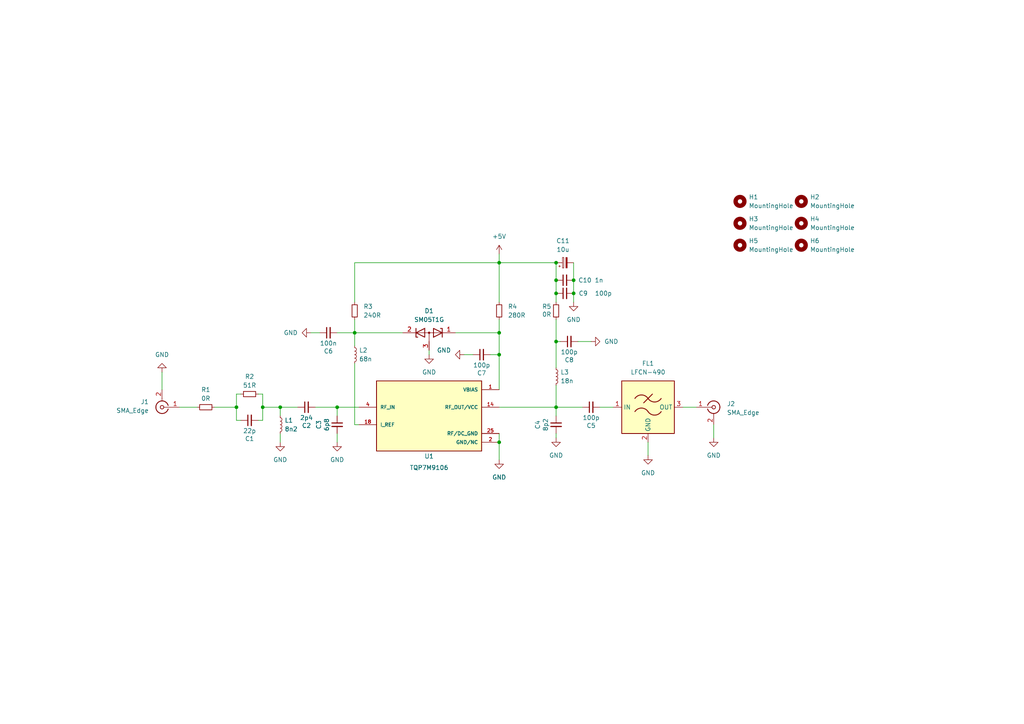
<source format=kicad_sch>
(kicad_sch
	(version 20250114)
	(generator "eeschema")
	(generator_version "9.0")
	(uuid "9e841ece-bd19-4cb2-9a9c-7f7db9f00b2a")
	(paper "A4")
	(title_block
		(title "LNA 2W")
		(date "2026-02-23")
		(rev "V1.0")
		(company "Z32IT")
	)
	(lib_symbols
		(symbol "Connector:Conn_Coaxial"
			(pin_names
				(offset 1.016)
				(hide yes)
			)
			(exclude_from_sim no)
			(in_bom yes)
			(on_board yes)
			(property "Reference" "J"
				(at 0.254 3.048 0)
				(effects
					(font
						(size 1.27 1.27)
					)
				)
			)
			(property "Value" "Conn_Coaxial"
				(at 2.921 0 90)
				(effects
					(font
						(size 1.27 1.27)
					)
				)
			)
			(property "Footprint" ""
				(at 0 0 0)
				(effects
					(font
						(size 1.27 1.27)
					)
					(hide yes)
				)
			)
			(property "Datasheet" "~"
				(at 0 0 0)
				(effects
					(font
						(size 1.27 1.27)
					)
					(hide yes)
				)
			)
			(property "Description" "coaxial connector (BNC, SMA, SMB, SMC, Cinch/RCA, LEMO, ...)"
				(at 0 0 0)
				(effects
					(font
						(size 1.27 1.27)
					)
					(hide yes)
				)
			)
			(property "ki_keywords" "BNC SMA SMB SMC LEMO coaxial connector CINCH RCA MCX MMCX U.FL UMRF"
				(at 0 0 0)
				(effects
					(font
						(size 1.27 1.27)
					)
					(hide yes)
				)
			)
			(property "ki_fp_filters" "*BNC* *SMA* *SMB* *SMC* *Cinch* *LEMO* *UMRF* *MCX* *U.FL*"
				(at 0 0 0)
				(effects
					(font
						(size 1.27 1.27)
					)
					(hide yes)
				)
			)
			(symbol "Conn_Coaxial_0_1"
				(polyline
					(pts
						(xy -2.54 0) (xy -0.508 0)
					)
					(stroke
						(width 0)
						(type default)
					)
					(fill
						(type none)
					)
				)
				(arc
					(start 1.778 0)
					(mid 0.222 -1.8079)
					(end -1.778 -0.508)
					(stroke
						(width 0.254)
						(type default)
					)
					(fill
						(type none)
					)
				)
				(arc
					(start -1.778 0.508)
					(mid 0.2221 1.8084)
					(end 1.778 0)
					(stroke
						(width 0.254)
						(type default)
					)
					(fill
						(type none)
					)
				)
				(circle
					(center 0 0)
					(radius 0.508)
					(stroke
						(width 0.2032)
						(type default)
					)
					(fill
						(type none)
					)
				)
				(polyline
					(pts
						(xy 0 -2.54) (xy 0 -1.778)
					)
					(stroke
						(width 0)
						(type default)
					)
					(fill
						(type none)
					)
				)
			)
			(symbol "Conn_Coaxial_1_1"
				(pin passive line
					(at -5.08 0 0)
					(length 2.54)
					(name "In"
						(effects
							(font
								(size 1.27 1.27)
							)
						)
					)
					(number "1"
						(effects
							(font
								(size 1.27 1.27)
							)
						)
					)
				)
				(pin passive line
					(at 0 -5.08 90)
					(length 2.54)
					(name "Ext"
						(effects
							(font
								(size 1.27 1.27)
							)
						)
					)
					(number "2"
						(effects
							(font
								(size 1.27 1.27)
							)
						)
					)
				)
			)
			(embedded_fonts no)
		)
		(symbol "Device:C_Polarized_Small"
			(pin_numbers
				(hide yes)
			)
			(pin_names
				(offset 0.254)
				(hide yes)
			)
			(exclude_from_sim no)
			(in_bom yes)
			(on_board yes)
			(property "Reference" "C"
				(at 0.254 1.778 0)
				(effects
					(font
						(size 1.27 1.27)
					)
					(justify left)
				)
			)
			(property "Value" "C_Polarized_Small"
				(at 0.254 -2.032 0)
				(effects
					(font
						(size 1.27 1.27)
					)
					(justify left)
				)
			)
			(property "Footprint" ""
				(at 0 0 0)
				(effects
					(font
						(size 1.27 1.27)
					)
					(hide yes)
				)
			)
			(property "Datasheet" "~"
				(at 0 0 0)
				(effects
					(font
						(size 1.27 1.27)
					)
					(hide yes)
				)
			)
			(property "Description" "Polarized capacitor, small symbol"
				(at 0 0 0)
				(effects
					(font
						(size 1.27 1.27)
					)
					(hide yes)
				)
			)
			(property "ki_keywords" "cap capacitor"
				(at 0 0 0)
				(effects
					(font
						(size 1.27 1.27)
					)
					(hide yes)
				)
			)
			(property "ki_fp_filters" "CP_*"
				(at 0 0 0)
				(effects
					(font
						(size 1.27 1.27)
					)
					(hide yes)
				)
			)
			(symbol "C_Polarized_Small_0_1"
				(rectangle
					(start -1.524 0.6858)
					(end 1.524 0.3048)
					(stroke
						(width 0)
						(type default)
					)
					(fill
						(type none)
					)
				)
				(rectangle
					(start -1.524 -0.3048)
					(end 1.524 -0.6858)
					(stroke
						(width 0)
						(type default)
					)
					(fill
						(type outline)
					)
				)
				(polyline
					(pts
						(xy -1.27 1.524) (xy -0.762 1.524)
					)
					(stroke
						(width 0)
						(type default)
					)
					(fill
						(type none)
					)
				)
				(polyline
					(pts
						(xy -1.016 1.27) (xy -1.016 1.778)
					)
					(stroke
						(width 0)
						(type default)
					)
					(fill
						(type none)
					)
				)
			)
			(symbol "C_Polarized_Small_1_1"
				(pin passive line
					(at 0 2.54 270)
					(length 1.8542)
					(name "~"
						(effects
							(font
								(size 1.27 1.27)
							)
						)
					)
					(number "1"
						(effects
							(font
								(size 1.27 1.27)
							)
						)
					)
				)
				(pin passive line
					(at 0 -2.54 90)
					(length 1.8542)
					(name "~"
						(effects
							(font
								(size 1.27 1.27)
							)
						)
					)
					(number "2"
						(effects
							(font
								(size 1.27 1.27)
							)
						)
					)
				)
			)
			(embedded_fonts no)
		)
		(symbol "Device:C_Small"
			(pin_numbers
				(hide yes)
			)
			(pin_names
				(offset 0.254)
				(hide yes)
			)
			(exclude_from_sim no)
			(in_bom yes)
			(on_board yes)
			(property "Reference" "C"
				(at 0.254 1.778 0)
				(effects
					(font
						(size 1.27 1.27)
					)
					(justify left)
				)
			)
			(property "Value" "C_Small"
				(at 0.254 -2.032 0)
				(effects
					(font
						(size 1.27 1.27)
					)
					(justify left)
				)
			)
			(property "Footprint" ""
				(at 0 0 0)
				(effects
					(font
						(size 1.27 1.27)
					)
					(hide yes)
				)
			)
			(property "Datasheet" "~"
				(at 0 0 0)
				(effects
					(font
						(size 1.27 1.27)
					)
					(hide yes)
				)
			)
			(property "Description" "Unpolarized capacitor, small symbol"
				(at 0 0 0)
				(effects
					(font
						(size 1.27 1.27)
					)
					(hide yes)
				)
			)
			(property "ki_keywords" "capacitor cap"
				(at 0 0 0)
				(effects
					(font
						(size 1.27 1.27)
					)
					(hide yes)
				)
			)
			(property "ki_fp_filters" "C_*"
				(at 0 0 0)
				(effects
					(font
						(size 1.27 1.27)
					)
					(hide yes)
				)
			)
			(symbol "C_Small_0_1"
				(polyline
					(pts
						(xy -1.524 0.508) (xy 1.524 0.508)
					)
					(stroke
						(width 0.3048)
						(type default)
					)
					(fill
						(type none)
					)
				)
				(polyline
					(pts
						(xy -1.524 -0.508) (xy 1.524 -0.508)
					)
					(stroke
						(width 0.3302)
						(type default)
					)
					(fill
						(type none)
					)
				)
			)
			(symbol "C_Small_1_1"
				(pin passive line
					(at 0 2.54 270)
					(length 2.032)
					(name "~"
						(effects
							(font
								(size 1.27 1.27)
							)
						)
					)
					(number "1"
						(effects
							(font
								(size 1.27 1.27)
							)
						)
					)
				)
				(pin passive line
					(at 0 -2.54 90)
					(length 2.032)
					(name "~"
						(effects
							(font
								(size 1.27 1.27)
							)
						)
					)
					(number "2"
						(effects
							(font
								(size 1.27 1.27)
							)
						)
					)
				)
			)
			(embedded_fonts no)
		)
		(symbol "Device:D_Zener_Dual_CommonAnode_KKA"
			(pin_names
				(offset 0.762)
				(hide yes)
			)
			(exclude_from_sim no)
			(in_bom yes)
			(on_board yes)
			(property "Reference" "D"
				(at 1.27 -2.54 0)
				(effects
					(font
						(size 1.27 1.27)
					)
				)
			)
			(property "Value" "D_Zener_Dual_CommonAnode_KKA"
				(at 0 2.54 0)
				(effects
					(font
						(size 1.27 1.27)
					)
				)
			)
			(property "Footprint" ""
				(at 0 0 0)
				(effects
					(font
						(size 1.27 1.27)
					)
					(hide yes)
				)
			)
			(property "Datasheet" "~"
				(at 0 0 0)
				(effects
					(font
						(size 1.27 1.27)
					)
					(hide yes)
				)
			)
			(property "Description" "Dual Zener diode, common anode on pin 3"
				(at 0 0 0)
				(effects
					(font
						(size 1.27 1.27)
					)
					(hide yes)
				)
			)
			(property "ki_keywords" "diode zener dual"
				(at 0 0 0)
				(effects
					(font
						(size 1.27 1.27)
					)
					(hide yes)
				)
			)
			(property "ki_fp_filters" "SOT* SC*"
				(at 0 0 0)
				(effects
					(font
						(size 1.27 1.27)
					)
					(hide yes)
				)
			)
			(symbol "D_Zener_Dual_CommonAnode_KKA_0_1"
				(polyline
					(pts
						(xy -3.81 -1.27) (xy -3.81 1.27) (xy -3.302 1.27)
					)
					(stroke
						(width 0.254)
						(type default)
					)
					(fill
						(type none)
					)
				)
				(polyline
					(pts
						(xy -3.556 0) (xy 3.81 0)
					)
					(stroke
						(width 0)
						(type default)
					)
					(fill
						(type none)
					)
				)
				(polyline
					(pts
						(xy -1.27 -1.27) (xy -3.81 0) (xy -1.27 1.27) (xy -1.27 -1.27) (xy -1.27 -1.27) (xy -1.27 -1.27)
					)
					(stroke
						(width 0.254)
						(type default)
					)
					(fill
						(type none)
					)
				)
				(polyline
					(pts
						(xy 0 0) (xy 0 -2.54)
					)
					(stroke
						(width 0)
						(type default)
					)
					(fill
						(type none)
					)
				)
				(circle
					(center 0 0)
					(radius 0.254)
					(stroke
						(width 0)
						(type default)
					)
					(fill
						(type outline)
					)
				)
				(polyline
					(pts
						(xy 1.27 1.27) (xy 3.81 0) (xy 1.27 -1.27) (xy 1.27 1.27) (xy 1.27 1.27) (xy 1.27 1.27)
					)
					(stroke
						(width 0.254)
						(type default)
					)
					(fill
						(type none)
					)
				)
				(polyline
					(pts
						(xy 3.302 -1.27) (xy 3.81 -1.27) (xy 3.81 1.27)
					)
					(stroke
						(width 0.254)
						(type default)
					)
					(fill
						(type none)
					)
				)
				(pin passive line
					(at -7.62 0 0)
					(length 3.81)
					(name "K"
						(effects
							(font
								(size 1.27 1.27)
							)
						)
					)
					(number "1"
						(effects
							(font
								(size 1.27 1.27)
							)
						)
					)
				)
				(pin passive line
					(at 0 -5.08 90)
					(length 2.54)
					(name "A"
						(effects
							(font
								(size 1.27 1.27)
							)
						)
					)
					(number "3"
						(effects
							(font
								(size 1.27 1.27)
							)
						)
					)
				)
				(pin passive line
					(at 7.62 0 180)
					(length 3.81)
					(name "K"
						(effects
							(font
								(size 1.27 1.27)
							)
						)
					)
					(number "2"
						(effects
							(font
								(size 1.27 1.27)
							)
						)
					)
				)
			)
			(embedded_fonts no)
		)
		(symbol "Device:L_Small"
			(pin_numbers
				(hide yes)
			)
			(pin_names
				(offset 0.254)
				(hide yes)
			)
			(exclude_from_sim no)
			(in_bom yes)
			(on_board yes)
			(property "Reference" "L"
				(at 0.762 1.016 0)
				(effects
					(font
						(size 1.27 1.27)
					)
					(justify left)
				)
			)
			(property "Value" "L_Small"
				(at 0.762 -1.016 0)
				(effects
					(font
						(size 1.27 1.27)
					)
					(justify left)
				)
			)
			(property "Footprint" ""
				(at 0 0 0)
				(effects
					(font
						(size 1.27 1.27)
					)
					(hide yes)
				)
			)
			(property "Datasheet" "~"
				(at 0 0 0)
				(effects
					(font
						(size 1.27 1.27)
					)
					(hide yes)
				)
			)
			(property "Description" "Inductor, small symbol"
				(at 0 0 0)
				(effects
					(font
						(size 1.27 1.27)
					)
					(hide yes)
				)
			)
			(property "ki_keywords" "inductor choke coil reactor magnetic"
				(at 0 0 0)
				(effects
					(font
						(size 1.27 1.27)
					)
					(hide yes)
				)
			)
			(property "ki_fp_filters" "Choke_* *Coil* Inductor_* L_*"
				(at 0 0 0)
				(effects
					(font
						(size 1.27 1.27)
					)
					(hide yes)
				)
			)
			(symbol "L_Small_0_1"
				(arc
					(start 0 2.032)
					(mid 0.5058 1.524)
					(end 0 1.016)
					(stroke
						(width 0)
						(type default)
					)
					(fill
						(type none)
					)
				)
				(arc
					(start 0 1.016)
					(mid 0.5058 0.508)
					(end 0 0)
					(stroke
						(width 0)
						(type default)
					)
					(fill
						(type none)
					)
				)
				(arc
					(start 0 0)
					(mid 0.5058 -0.508)
					(end 0 -1.016)
					(stroke
						(width 0)
						(type default)
					)
					(fill
						(type none)
					)
				)
				(arc
					(start 0 -1.016)
					(mid 0.5058 -1.524)
					(end 0 -2.032)
					(stroke
						(width 0)
						(type default)
					)
					(fill
						(type none)
					)
				)
			)
			(symbol "L_Small_1_1"
				(pin passive line
					(at 0 2.54 270)
					(length 0.508)
					(name "~"
						(effects
							(font
								(size 1.27 1.27)
							)
						)
					)
					(number "1"
						(effects
							(font
								(size 1.27 1.27)
							)
						)
					)
				)
				(pin passive line
					(at 0 -2.54 90)
					(length 0.508)
					(name "~"
						(effects
							(font
								(size 1.27 1.27)
							)
						)
					)
					(number "2"
						(effects
							(font
								(size 1.27 1.27)
							)
						)
					)
				)
			)
			(embedded_fonts no)
		)
		(symbol "Device:R_Small"
			(pin_numbers
				(hide yes)
			)
			(pin_names
				(offset 0.254)
				(hide yes)
			)
			(exclude_from_sim no)
			(in_bom yes)
			(on_board yes)
			(property "Reference" "R"
				(at 0.762 0.508 0)
				(effects
					(font
						(size 1.27 1.27)
					)
					(justify left)
				)
			)
			(property "Value" "R_Small"
				(at 0.762 -1.016 0)
				(effects
					(font
						(size 1.27 1.27)
					)
					(justify left)
				)
			)
			(property "Footprint" ""
				(at 0 0 0)
				(effects
					(font
						(size 1.27 1.27)
					)
					(hide yes)
				)
			)
			(property "Datasheet" "~"
				(at 0 0 0)
				(effects
					(font
						(size 1.27 1.27)
					)
					(hide yes)
				)
			)
			(property "Description" "Resistor, small symbol"
				(at 0 0 0)
				(effects
					(font
						(size 1.27 1.27)
					)
					(hide yes)
				)
			)
			(property "ki_keywords" "R resistor"
				(at 0 0 0)
				(effects
					(font
						(size 1.27 1.27)
					)
					(hide yes)
				)
			)
			(property "ki_fp_filters" "R_*"
				(at 0 0 0)
				(effects
					(font
						(size 1.27 1.27)
					)
					(hide yes)
				)
			)
			(symbol "R_Small_0_1"
				(rectangle
					(start -0.762 1.778)
					(end 0.762 -1.778)
					(stroke
						(width 0.2032)
						(type default)
					)
					(fill
						(type none)
					)
				)
			)
			(symbol "R_Small_1_1"
				(pin passive line
					(at 0 2.54 270)
					(length 0.762)
					(name "~"
						(effects
							(font
								(size 1.27 1.27)
							)
						)
					)
					(number "1"
						(effects
							(font
								(size 1.27 1.27)
							)
						)
					)
				)
				(pin passive line
					(at 0 -2.54 90)
					(length 0.762)
					(name "~"
						(effects
							(font
								(size 1.27 1.27)
							)
						)
					)
					(number "2"
						(effects
							(font
								(size 1.27 1.27)
							)
						)
					)
				)
			)
			(embedded_fonts no)
		)
		(symbol "Mechanical:MountingHole"
			(pin_names
				(offset 1.016)
			)
			(exclude_from_sim yes)
			(in_bom no)
			(on_board yes)
			(property "Reference" "H"
				(at 0 5.08 0)
				(effects
					(font
						(size 1.27 1.27)
					)
				)
			)
			(property "Value" "MountingHole"
				(at 0 3.175 0)
				(effects
					(font
						(size 1.27 1.27)
					)
				)
			)
			(property "Footprint" ""
				(at 0 0 0)
				(effects
					(font
						(size 1.27 1.27)
					)
					(hide yes)
				)
			)
			(property "Datasheet" "~"
				(at 0 0 0)
				(effects
					(font
						(size 1.27 1.27)
					)
					(hide yes)
				)
			)
			(property "Description" "Mounting Hole without connection"
				(at 0 0 0)
				(effects
					(font
						(size 1.27 1.27)
					)
					(hide yes)
				)
			)
			(property "ki_keywords" "mounting hole"
				(at 0 0 0)
				(effects
					(font
						(size 1.27 1.27)
					)
					(hide yes)
				)
			)
			(property "ki_fp_filters" "MountingHole*"
				(at 0 0 0)
				(effects
					(font
						(size 1.27 1.27)
					)
					(hide yes)
				)
			)
			(symbol "MountingHole_0_1"
				(circle
					(center 0 0)
					(radius 1.27)
					(stroke
						(width 1.27)
						(type default)
					)
					(fill
						(type none)
					)
				)
			)
			(embedded_fonts no)
		)
		(symbol "PCM_4ms_Power-symbol:+5V"
			(power)
			(pin_names
				(offset 0)
			)
			(exclude_from_sim no)
			(in_bom yes)
			(on_board yes)
			(property "Reference" "#PWR"
				(at 0 -3.81 0)
				(effects
					(font
						(size 1.27 1.27)
					)
					(hide yes)
				)
			)
			(property "Value" "+5V"
				(at 0 3.556 0)
				(effects
					(font
						(size 1.27 1.27)
					)
				)
			)
			(property "Footprint" ""
				(at 0 0 0)
				(effects
					(font
						(size 1.27 1.27)
					)
					(hide yes)
				)
			)
			(property "Datasheet" ""
				(at 0 0 0)
				(effects
					(font
						(size 1.27 1.27)
					)
					(hide yes)
				)
			)
			(property "Description" ""
				(at 0 0 0)
				(effects
					(font
						(size 1.27 1.27)
					)
					(hide yes)
				)
			)
			(symbol "+5V_0_1"
				(polyline
					(pts
						(xy -0.762 1.27) (xy 0 2.54)
					)
					(stroke
						(width 0)
						(type default)
					)
					(fill
						(type none)
					)
				)
				(polyline
					(pts
						(xy 0 2.54) (xy 0.762 1.27)
					)
					(stroke
						(width 0)
						(type default)
					)
					(fill
						(type none)
					)
				)
				(polyline
					(pts
						(xy 0 0) (xy 0 2.54)
					)
					(stroke
						(width 0)
						(type default)
					)
					(fill
						(type none)
					)
				)
			)
			(symbol "+5V_1_1"
				(pin power_in line
					(at 0 0 90)
					(length 0)
					(hide yes)
					(name "+5V"
						(effects
							(font
								(size 1.27 1.27)
							)
						)
					)
					(number "1"
						(effects
							(font
								(size 1.27 1.27)
							)
						)
					)
				)
			)
			(embedded_fonts no)
		)
		(symbol "PCM_4ms_Power-symbol:GND"
			(power)
			(pin_names
				(offset 0)
			)
			(exclude_from_sim no)
			(in_bom yes)
			(on_board yes)
			(property "Reference" "#PWR"
				(at 0 -6.35 0)
				(effects
					(font
						(size 1.27 1.27)
					)
					(hide yes)
				)
			)
			(property "Value" "GND"
				(at 0 -3.81 0)
				(effects
					(font
						(size 1.27 1.27)
					)
				)
			)
			(property "Footprint" ""
				(at 0 0 0)
				(effects
					(font
						(size 1.27 1.27)
					)
					(hide yes)
				)
			)
			(property "Datasheet" ""
				(at 0 0 0)
				(effects
					(font
						(size 1.27 1.27)
					)
					(hide yes)
				)
			)
			(property "Description" ""
				(at 0 0 0)
				(effects
					(font
						(size 1.27 1.27)
					)
					(hide yes)
				)
			)
			(symbol "GND_0_1"
				(polyline
					(pts
						(xy 0 0) (xy 0 -1.27) (xy 1.27 -1.27) (xy 0 -2.54) (xy -1.27 -1.27) (xy 0 -1.27)
					)
					(stroke
						(width 0)
						(type default)
					)
					(fill
						(type none)
					)
				)
			)
			(symbol "GND_1_1"
				(pin power_in line
					(at 0 0 270)
					(length 0)
					(hide yes)
					(name "GND"
						(effects
							(font
								(size 1.27 1.27)
							)
						)
					)
					(number "1"
						(effects
							(font
								(size 1.27 1.27)
							)
						)
					)
				)
			)
			(embedded_fonts no)
		)
		(symbol "RF_Filter:LFCN-490"
			(exclude_from_sim no)
			(in_bom yes)
			(on_board yes)
			(property "Reference" "FL"
				(at 0 10.795 0)
				(effects
					(font
						(size 1.27 1.27)
					)
				)
			)
			(property "Value" "LFCN-490"
				(at 0 8.89 0)
				(effects
					(font
						(size 1.27 1.27)
					)
				)
			)
			(property "Footprint" "Filter:Filter_Mini-Circuits_FV1206"
				(at 0 12.7 0)
				(effects
					(font
						(size 1.27 1.27)
					)
					(hide yes)
				)
			)
			(property "Datasheet" "https://www.minicircuits.com/pdfs/LFCN-490+.pdf"
				(at 0 0 0)
				(effects
					(font
						(size 1.27 1.27)
					)
					(hide yes)
				)
			)
			(property "Description" "490MHz 50 Ohm Passive Low Pass Filter, FV1206"
				(at 0 0 0)
				(effects
					(font
						(size 1.27 1.27)
					)
					(hide yes)
				)
			)
			(property "ki_keywords" "Mini-Circuits low pass filter"
				(at 0 0 0)
				(effects
					(font
						(size 1.27 1.27)
					)
					(hide yes)
				)
			)
			(property "ki_fp_filters" "Filter*Mini?Circuits*FV1206*"
				(at 0 0 0)
				(effects
					(font
						(size 1.27 1.27)
					)
					(hide yes)
				)
			)
			(symbol "LFCN-490_0_1"
				(rectangle
					(start -7.62 7.62)
					(end 7.62 -7.62)
					(stroke
						(width 0.254)
						(type default)
					)
					(fill
						(type background)
					)
				)
				(arc
					(start -3.81 2.54)
					(mid -1.905 3.5595)
					(end 0 2.54)
					(stroke
						(width 0.254)
						(type default)
					)
					(fill
						(type none)
					)
				)
				(arc
					(start -3.81 -1.27)
					(mid -1.905 -0.2505)
					(end 0 -1.27)
					(stroke
						(width 0.254)
						(type default)
					)
					(fill
						(type none)
					)
				)
				(polyline
					(pts
						(xy -1.27 1.27) (xy 1.27 3.81)
					)
					(stroke
						(width 0.254)
						(type default)
					)
					(fill
						(type none)
					)
				)
				(arc
					(start 3.81 2.54)
					(mid 1.905 1.5205)
					(end 0 2.54)
					(stroke
						(width 0.254)
						(type default)
					)
					(fill
						(type none)
					)
				)
				(arc
					(start 3.81 -1.27)
					(mid 1.905 -2.2895)
					(end 0 -1.27)
					(stroke
						(width 0.254)
						(type default)
					)
					(fill
						(type none)
					)
				)
			)
			(symbol "LFCN-490_1_1"
				(pin passive line
					(at -10.16 0 0)
					(length 2.54)
					(name "IN"
						(effects
							(font
								(size 1.27 1.27)
							)
						)
					)
					(number "1"
						(effects
							(font
								(size 1.27 1.27)
							)
						)
					)
				)
				(pin passive line
					(at 0 -10.16 90)
					(length 2.54)
					(name "GND"
						(effects
							(font
								(size 1.27 1.27)
							)
						)
					)
					(number "2"
						(effects
							(font
								(size 1.27 1.27)
							)
						)
					)
				)
				(pin passive line
					(at 0 -10.16 90)
					(length 2.54)
					(hide yes)
					(name "GND"
						(effects
							(font
								(size 1.27 1.27)
							)
						)
					)
					(number "4"
						(effects
							(font
								(size 1.27 1.27)
							)
						)
					)
				)
				(pin passive line
					(at 10.16 0 180)
					(length 2.54)
					(name "OUT"
						(effects
							(font
								(size 1.27 1.27)
							)
						)
					)
					(number "3"
						(effects
							(font
								(size 1.27 1.27)
							)
						)
					)
				)
			)
			(embedded_fonts no)
		)
		(symbol "TQP7M9106:TQP7M9106"
			(pin_names
				(offset 1.016)
			)
			(exclude_from_sim no)
			(in_bom yes)
			(on_board yes)
			(property "Reference" "U"
				(at -15.24 10.668 0)
				(effects
					(font
						(size 1.27 1.27)
					)
					(justify left bottom)
				)
			)
			(property "Value" "TQP7M9106"
				(at -15.24 -12.7 0)
				(effects
					(font
						(size 1.27 1.27)
					)
					(justify left bottom)
				)
			)
			(property "Footprint" "TQP7M9106:QFN50P400X400X90-25N"
				(at 0 0 0)
				(effects
					(font
						(size 1.27 1.27)
					)
					(justify bottom)
					(hide yes)
				)
			)
			(property "Datasheet" ""
				(at 0 0 0)
				(effects
					(font
						(size 1.27 1.27)
					)
					(hide yes)
				)
			)
			(property "Description" ""
				(at 0 0 0)
				(effects
					(font
						(size 1.27 1.27)
					)
					(hide yes)
				)
			)
			(property "MF" "Qorvo"
				(at 0 0 0)
				(effects
					(font
						(size 1.27 1.27)
					)
					(justify bottom)
					(hide yes)
				)
			)
			(property "MAXIMUM_PACKAGE_HEIGHT" "0.9 mm"
				(at 0 0 0)
				(effects
					(font
						(size 1.27 1.27)
					)
					(justify bottom)
					(hide yes)
				)
			)
			(property "Package" "QFN-24 Qorvo"
				(at 0 0 0)
				(effects
					(font
						(size 1.27 1.27)
					)
					(justify bottom)
					(hide yes)
				)
			)
			(property "Price" "None"
				(at 0 0 0)
				(effects
					(font
						(size 1.27 1.27)
					)
					(justify bottom)
					(hide yes)
				)
			)
			(property "Check_prices" "https://www.snapeda.com/parts/TQP7M9106/Qorvo/view-part/?ref=eda"
				(at 0 0 0)
				(effects
					(font
						(size 1.27 1.27)
					)
					(justify bottom)
					(hide yes)
				)
			)
			(property "STANDARD" "IPC-7351B"
				(at 0 0 0)
				(effects
					(font
						(size 1.27 1.27)
					)
					(justify bottom)
					(hide yes)
				)
			)
			(property "PARTREV" "Rev.D"
				(at 0 0 0)
				(effects
					(font
						(size 1.27 1.27)
					)
					(justify bottom)
					(hide yes)
				)
			)
			(property "SnapEDA_Link" "https://www.snapeda.com/parts/TQP7M9106/Qorvo/view-part/?ref=snap"
				(at 0 0 0)
				(effects
					(font
						(size 1.27 1.27)
					)
					(justify bottom)
					(hide yes)
				)
			)
			(property "MP" "TQP7M9106"
				(at 0 0 0)
				(effects
					(font
						(size 1.27 1.27)
					)
					(justify bottom)
					(hide yes)
				)
			)
			(property "Description_1" "RF Amplifier IC CDMA, LTE, W-CDMA 50MHz ~ 1.5GHz 24-QFN (4x4)"
				(at 0 0 0)
				(effects
					(font
						(size 1.27 1.27)
					)
					(justify bottom)
					(hide yes)
				)
			)
			(property "MANUFACTURER" "Qorvo"
				(at 0 0 0)
				(effects
					(font
						(size 1.27 1.27)
					)
					(justify bottom)
					(hide yes)
				)
			)
			(property "Availability" "In Stock"
				(at 0 0 0)
				(effects
					(font
						(size 1.27 1.27)
					)
					(justify bottom)
					(hide yes)
				)
			)
			(property "SNAPEDA_PN" "TQP7M9106"
				(at 0 0 0)
				(effects
					(font
						(size 1.27 1.27)
					)
					(justify bottom)
					(hide yes)
				)
			)
			(symbol "TQP7M9106_0_0"
				(rectangle
					(start -15.24 -10.16)
					(end 15.24 10.16)
					(stroke
						(width 0.254)
						(type default)
					)
					(fill
						(type background)
					)
				)
				(pin input line
					(at -20.32 2.54 0)
					(length 5.08)
					(name "RF_IN"
						(effects
							(font
								(size 1.016 1.016)
							)
						)
					)
					(number "4"
						(effects
							(font
								(size 1.016 1.016)
							)
						)
					)
				)
				(pin input line
					(at -20.32 2.54 0)
					(length 5.08)
					(hide yes)
					(name "RF_IN"
						(effects
							(font
								(size 1.016 1.016)
							)
						)
					)
					(number "5"
						(effects
							(font
								(size 1.016 1.016)
							)
						)
					)
				)
				(pin input line
					(at -20.32 -2.54 0)
					(length 5.08)
					(name "I_REF"
						(effects
							(font
								(size 1.016 1.016)
							)
						)
					)
					(number "18"
						(effects
							(font
								(size 1.016 1.016)
							)
						)
					)
				)
				(pin power_in line
					(at 20.32 7.62 180)
					(length 5.08)
					(name "VBIAS"
						(effects
							(font
								(size 1.016 1.016)
							)
						)
					)
					(number "1"
						(effects
							(font
								(size 1.016 1.016)
							)
						)
					)
				)
				(pin output line
					(at 20.32 2.54 180)
					(length 5.08)
					(name "RF_OUT/VCC"
						(effects
							(font
								(size 1.016 1.016)
							)
						)
					)
					(number "14"
						(effects
							(font
								(size 1.016 1.016)
							)
						)
					)
				)
				(pin output line
					(at 20.32 2.54 180)
					(length 5.08)
					(hide yes)
					(name "RF_OUT/VCC"
						(effects
							(font
								(size 1.016 1.016)
							)
						)
					)
					(number "15"
						(effects
							(font
								(size 1.016 1.016)
							)
						)
					)
				)
				(pin output line
					(at 20.32 2.54 180)
					(length 5.08)
					(hide yes)
					(name "RF_OUT/VCC"
						(effects
							(font
								(size 1.016 1.016)
							)
						)
					)
					(number "16"
						(effects
							(font
								(size 1.016 1.016)
							)
						)
					)
				)
				(pin power_in line
					(at 20.32 -5.08 180)
					(length 5.08)
					(name "RF/DC_GND"
						(effects
							(font
								(size 1.016 1.016)
							)
						)
					)
					(number "25"
						(effects
							(font
								(size 1.016 1.016)
							)
						)
					)
				)
				(pin power_in line
					(at 20.32 -5.08 180)
					(length 5.08)
					(hide yes)
					(name "RF/DC_GND"
						(effects
							(font
								(size 1.016 1.016)
							)
						)
					)
					(number "26"
						(effects
							(font
								(size 1.016 1.016)
							)
						)
					)
				)
				(pin power_in line
					(at 20.32 -7.62 180)
					(length 5.08)
					(hide yes)
					(name "GND/NC"
						(effects
							(font
								(size 1.016 1.016)
							)
						)
					)
					(number "10"
						(effects
							(font
								(size 1.016 1.016)
							)
						)
					)
				)
				(pin power_in line
					(at 20.32 -7.62 180)
					(length 5.08)
					(hide yes)
					(name "GND/NC"
						(effects
							(font
								(size 1.016 1.016)
							)
						)
					)
					(number "11"
						(effects
							(font
								(size 1.016 1.016)
							)
						)
					)
				)
				(pin power_in line
					(at 20.32 -7.62 180)
					(length 5.08)
					(hide yes)
					(name "GND/NC"
						(effects
							(font
								(size 1.016 1.016)
							)
						)
					)
					(number "12"
						(effects
							(font
								(size 1.016 1.016)
							)
						)
					)
				)
				(pin power_in line
					(at 20.32 -7.62 180)
					(length 5.08)
					(hide yes)
					(name "GND/NC"
						(effects
							(font
								(size 1.016 1.016)
							)
						)
					)
					(number "13"
						(effects
							(font
								(size 1.016 1.016)
							)
						)
					)
				)
				(pin power_in line
					(at 20.32 -7.62 180)
					(length 5.08)
					(hide yes)
					(name "GND/NC"
						(effects
							(font
								(size 1.016 1.016)
							)
						)
					)
					(number "17"
						(effects
							(font
								(size 1.016 1.016)
							)
						)
					)
				)
				(pin power_in line
					(at 20.32 -7.62 180)
					(length 5.08)
					(hide yes)
					(name "GND/NC"
						(effects
							(font
								(size 1.016 1.016)
							)
						)
					)
					(number "19"
						(effects
							(font
								(size 1.016 1.016)
							)
						)
					)
				)
				(pin power_in line
					(at 20.32 -7.62 180)
					(length 5.08)
					(name "GND/NC"
						(effects
							(font
								(size 1.016 1.016)
							)
						)
					)
					(number "2"
						(effects
							(font
								(size 1.016 1.016)
							)
						)
					)
				)
				(pin power_in line
					(at 20.32 -7.62 180)
					(length 5.08)
					(hide yes)
					(name "GND/NC"
						(effects
							(font
								(size 1.016 1.016)
							)
						)
					)
					(number "20"
						(effects
							(font
								(size 1.016 1.016)
							)
						)
					)
				)
				(pin power_in line
					(at 20.32 -7.62 180)
					(length 5.08)
					(hide yes)
					(name "GND/NC"
						(effects
							(font
								(size 1.016 1.016)
							)
						)
					)
					(number "21"
						(effects
							(font
								(size 1.016 1.016)
							)
						)
					)
				)
				(pin power_in line
					(at 20.32 -7.62 180)
					(length 5.08)
					(hide yes)
					(name "GND/NC"
						(effects
							(font
								(size 1.016 1.016)
							)
						)
					)
					(number "22"
						(effects
							(font
								(size 1.016 1.016)
							)
						)
					)
				)
				(pin power_in line
					(at 20.32 -7.62 180)
					(length 5.08)
					(hide yes)
					(name "GND/NC"
						(effects
							(font
								(size 1.016 1.016)
							)
						)
					)
					(number "23"
						(effects
							(font
								(size 1.016 1.016)
							)
						)
					)
				)
				(pin power_in line
					(at 20.32 -7.62 180)
					(length 5.08)
					(hide yes)
					(name "GND/NC"
						(effects
							(font
								(size 1.016 1.016)
							)
						)
					)
					(number "24"
						(effects
							(font
								(size 1.016 1.016)
							)
						)
					)
				)
				(pin power_in line
					(at 20.32 -7.62 180)
					(length 5.08)
					(hide yes)
					(name "GND/NC"
						(effects
							(font
								(size 1.016 1.016)
							)
						)
					)
					(number "3"
						(effects
							(font
								(size 1.016 1.016)
							)
						)
					)
				)
				(pin power_in line
					(at 20.32 -7.62 180)
					(length 5.08)
					(hide yes)
					(name "GND/NC"
						(effects
							(font
								(size 1.016 1.016)
							)
						)
					)
					(number "6"
						(effects
							(font
								(size 1.016 1.016)
							)
						)
					)
				)
				(pin power_in line
					(at 20.32 -7.62 180)
					(length 5.08)
					(hide yes)
					(name "GND/NC"
						(effects
							(font
								(size 1.016 1.016)
							)
						)
					)
					(number "7"
						(effects
							(font
								(size 1.016 1.016)
							)
						)
					)
				)
				(pin power_in line
					(at 20.32 -7.62 180)
					(length 5.08)
					(hide yes)
					(name "GND/NC"
						(effects
							(font
								(size 1.016 1.016)
							)
						)
					)
					(number "8"
						(effects
							(font
								(size 1.016 1.016)
							)
						)
					)
				)
				(pin power_in line
					(at 20.32 -7.62 180)
					(length 5.08)
					(hide yes)
					(name "GND/NC"
						(effects
							(font
								(size 1.016 1.016)
							)
						)
					)
					(number "9"
						(effects
							(font
								(size 1.016 1.016)
							)
						)
					)
				)
			)
			(embedded_fonts no)
		)
	)
	(junction
		(at 166.37 85.09)
		(diameter 0)
		(color 0 0 0 0)
		(uuid "02ab9d31-c4dd-4c17-88db-23b2c48e1cfd")
	)
	(junction
		(at 144.78 102.87)
		(diameter 0)
		(color 0 0 0 0)
		(uuid "18d46532-c738-4c0b-b1a3-7f4f25755bac")
	)
	(junction
		(at 161.29 85.09)
		(diameter 0)
		(color 0 0 0 0)
		(uuid "19a90e11-c2cb-47a6-a2b0-e24c9285eeb2")
	)
	(junction
		(at 68.58 118.11)
		(diameter 0)
		(color 0 0 0 0)
		(uuid "433310a1-e27b-4d64-9712-29bff349960f")
	)
	(junction
		(at 76.2 118.11)
		(diameter 0)
		(color 0 0 0 0)
		(uuid "4be3a0fc-a660-44b3-9a6c-ae341af7587c")
	)
	(junction
		(at 97.79 118.11)
		(diameter 0)
		(color 0 0 0 0)
		(uuid "7464c58a-39b7-45f2-a35c-70b33d4a3555")
	)
	(junction
		(at 102.87 96.52)
		(diameter 0)
		(color 0 0 0 0)
		(uuid "8ea50c3c-de16-476e-8cb8-ee7a00891c5a")
	)
	(junction
		(at 161.29 76.2)
		(diameter 0)
		(color 0 0 0 0)
		(uuid "95c2d073-2d07-4014-a96f-509169564ade")
	)
	(junction
		(at 161.29 118.11)
		(diameter 0)
		(color 0 0 0 0)
		(uuid "9769dbb1-bf51-4532-b4d8-38e836b82fc9")
	)
	(junction
		(at 166.37 81.28)
		(diameter 0)
		(color 0 0 0 0)
		(uuid "9c4d8ea6-d5c3-492e-9bbe-781e2e5b3f53")
	)
	(junction
		(at 161.29 99.06)
		(diameter 0)
		(color 0 0 0 0)
		(uuid "a3d814d4-3c93-4e56-b3df-20bd1e3ff948")
	)
	(junction
		(at 144.78 128.27)
		(diameter 0)
		(color 0 0 0 0)
		(uuid "b432b5a9-dd3d-45f0-a3a4-c87839d7d105")
	)
	(junction
		(at 144.78 76.2)
		(diameter 0)
		(color 0 0 0 0)
		(uuid "c9bf44f7-b1ab-478f-bab8-bc75d2fd149f")
	)
	(junction
		(at 144.78 96.52)
		(diameter 0)
		(color 0 0 0 0)
		(uuid "d8f2c0e3-1aa8-44d3-92d9-98318256e0b7")
	)
	(junction
		(at 81.28 118.11)
		(diameter 0)
		(color 0 0 0 0)
		(uuid "ec78264c-e6fa-4869-b73e-fd3620236364")
	)
	(junction
		(at 161.29 81.28)
		(diameter 0)
		(color 0 0 0 0)
		(uuid "fba696b8-aa8a-43a4-bcbf-2230537bc2fc")
	)
	(wire
		(pts
			(xy 102.87 76.2) (xy 144.78 76.2)
		)
		(stroke
			(width 0)
			(type default)
		)
		(uuid "00de54b0-8632-4ac7-bd95-a5d8ca3e1040")
	)
	(wire
		(pts
			(xy 144.78 76.2) (xy 161.29 76.2)
		)
		(stroke
			(width 0)
			(type default)
		)
		(uuid "01f26f97-19de-46e6-82e5-9f4b51ab7dd6")
	)
	(wire
		(pts
			(xy 68.58 121.92) (xy 69.85 121.92)
		)
		(stroke
			(width 0)
			(type default)
		)
		(uuid "066db8a8-3621-4648-8859-b49f500731e6")
	)
	(wire
		(pts
			(xy 161.29 125.73) (xy 161.29 127)
		)
		(stroke
			(width 0)
			(type default)
		)
		(uuid "174ec270-a29e-4c4a-bb6d-85dbdf7fede6")
	)
	(wire
		(pts
			(xy 97.79 125.73) (xy 97.79 128.27)
		)
		(stroke
			(width 0)
			(type default)
		)
		(uuid "1cc1116a-0ce4-4f9a-bb0f-8544e945dac8")
	)
	(wire
		(pts
			(xy 76.2 114.3) (xy 74.93 114.3)
		)
		(stroke
			(width 0)
			(type default)
		)
		(uuid "1d6e958a-333c-4058-8ec2-5b2c9aa8727b")
	)
	(wire
		(pts
			(xy 144.78 118.11) (xy 161.29 118.11)
		)
		(stroke
			(width 0)
			(type default)
		)
		(uuid "2498ec50-87f0-40fb-9dd9-da234027cca2")
	)
	(wire
		(pts
			(xy 144.78 73.66) (xy 144.78 76.2)
		)
		(stroke
			(width 0)
			(type default)
		)
		(uuid "27b44f64-edd5-4761-aede-98b2142dfee8")
	)
	(wire
		(pts
			(xy 132.08 96.52) (xy 144.78 96.52)
		)
		(stroke
			(width 0)
			(type default)
		)
		(uuid "29411793-7c58-4bf9-b7c4-a02cf31ba87b")
	)
	(wire
		(pts
			(xy 52.07 118.11) (xy 57.15 118.11)
		)
		(stroke
			(width 0)
			(type default)
		)
		(uuid "2fe032a3-0a46-4c99-b74e-8aa51c8af687")
	)
	(wire
		(pts
			(xy 161.29 99.06) (xy 161.29 106.68)
		)
		(stroke
			(width 0)
			(type default)
		)
		(uuid "2fef4ac4-63cf-4997-824f-8c8b424adc9d")
	)
	(wire
		(pts
			(xy 124.46 101.6) (xy 124.46 102.87)
		)
		(stroke
			(width 0)
			(type default)
		)
		(uuid "334a1393-cd2a-4797-9174-95c6bfc1a0f7")
	)
	(wire
		(pts
			(xy 161.29 81.28) (xy 161.29 85.09)
		)
		(stroke
			(width 0)
			(type default)
		)
		(uuid "40130d0c-4eb8-49b4-8005-dca715263060")
	)
	(wire
		(pts
			(xy 68.58 114.3) (xy 69.85 114.3)
		)
		(stroke
			(width 0)
			(type default)
		)
		(uuid "41abbe4e-3360-455c-98e9-5a7fb36d0595")
	)
	(wire
		(pts
			(xy 68.58 114.3) (xy 68.58 118.11)
		)
		(stroke
			(width 0)
			(type default)
		)
		(uuid "4b0f831d-fd3d-4d3f-b814-b9b598c9f6f0")
	)
	(wire
		(pts
			(xy 173.99 118.11) (xy 177.8 118.11)
		)
		(stroke
			(width 0)
			(type default)
		)
		(uuid "5976c145-2c83-4e5c-b17d-7952c5bc0eee")
	)
	(wire
		(pts
			(xy 161.29 111.76) (xy 161.29 118.11)
		)
		(stroke
			(width 0)
			(type default)
		)
		(uuid "5a7c0b79-975e-49b4-987c-b389e05e37ef")
	)
	(wire
		(pts
			(xy 81.28 118.11) (xy 86.36 118.11)
		)
		(stroke
			(width 0)
			(type default)
		)
		(uuid "61262eca-8dd9-423d-b6db-0fd1a82bb31b")
	)
	(wire
		(pts
			(xy 76.2 118.11) (xy 81.28 118.11)
		)
		(stroke
			(width 0)
			(type default)
		)
		(uuid "6ef6d416-f43d-486a-aa9f-cf36aaa9533e")
	)
	(wire
		(pts
			(xy 81.28 125.73) (xy 81.28 128.27)
		)
		(stroke
			(width 0)
			(type default)
		)
		(uuid "76f78725-9ca0-4ec8-9a6f-b6c1a1199c8e")
	)
	(wire
		(pts
			(xy 102.87 92.71) (xy 102.87 96.52)
		)
		(stroke
			(width 0)
			(type default)
		)
		(uuid "77205f95-006c-4617-aa81-a215a80be3e2")
	)
	(wire
		(pts
			(xy 166.37 81.28) (xy 166.37 85.09)
		)
		(stroke
			(width 0)
			(type default)
		)
		(uuid "7b22ce57-a6a9-4164-8cd9-a069e5d30a53")
	)
	(wire
		(pts
			(xy 144.78 125.73) (xy 144.78 128.27)
		)
		(stroke
			(width 0)
			(type default)
		)
		(uuid "7fa3c51f-9d2b-4690-8018-6feb3be1abc0")
	)
	(wire
		(pts
			(xy 134.62 102.87) (xy 137.16 102.87)
		)
		(stroke
			(width 0)
			(type default)
		)
		(uuid "8040cf17-8b31-4ca6-83f9-0b6ad4d169ed")
	)
	(wire
		(pts
			(xy 62.23 118.11) (xy 68.58 118.11)
		)
		(stroke
			(width 0)
			(type default)
		)
		(uuid "8681a106-ed52-4612-9b61-fd604b08bd38")
	)
	(wire
		(pts
			(xy 144.78 102.87) (xy 144.78 113.03)
		)
		(stroke
			(width 0)
			(type default)
		)
		(uuid "898b218d-7ff7-4048-8883-72e3f2525f0c")
	)
	(wire
		(pts
			(xy 144.78 128.27) (xy 144.78 133.35)
		)
		(stroke
			(width 0)
			(type default)
		)
		(uuid "8d344254-728f-4794-b773-6e42ba82ccfe")
	)
	(wire
		(pts
			(xy 198.12 118.11) (xy 201.93 118.11)
		)
		(stroke
			(width 0)
			(type default)
		)
		(uuid "8dc842a6-540e-4cb0-a25a-cd556e6e96e0")
	)
	(wire
		(pts
			(xy 81.28 120.65) (xy 81.28 118.11)
		)
		(stroke
			(width 0)
			(type default)
		)
		(uuid "8e124c00-5d07-4b3d-8517-b928225aeb98")
	)
	(wire
		(pts
			(xy 46.99 107.95) (xy 46.99 113.03)
		)
		(stroke
			(width 0)
			(type default)
		)
		(uuid "8e786af8-ba25-4080-a2ba-02baeb28484d")
	)
	(wire
		(pts
			(xy 207.01 123.19) (xy 207.01 127)
		)
		(stroke
			(width 0)
			(type default)
		)
		(uuid "9051f4d6-3260-4fb6-9cac-744df9d816eb")
	)
	(wire
		(pts
			(xy 144.78 96.52) (xy 144.78 102.87)
		)
		(stroke
			(width 0)
			(type default)
		)
		(uuid "986d9de5-13a0-464b-b4c9-2644223c2a50")
	)
	(wire
		(pts
			(xy 161.29 92.71) (xy 161.29 99.06)
		)
		(stroke
			(width 0)
			(type default)
		)
		(uuid "9ba05994-a602-46b0-9a90-7c265168b175")
	)
	(wire
		(pts
			(xy 102.87 96.52) (xy 116.84 96.52)
		)
		(stroke
			(width 0)
			(type default)
		)
		(uuid "9d824709-efac-4dbf-8a98-b13e0e708aac")
	)
	(wire
		(pts
			(xy 91.44 118.11) (xy 97.79 118.11)
		)
		(stroke
			(width 0)
			(type default)
		)
		(uuid "a329f2b1-018b-4284-851a-fa77fce4e12c")
	)
	(wire
		(pts
			(xy 161.29 120.65) (xy 161.29 118.11)
		)
		(stroke
			(width 0)
			(type default)
		)
		(uuid "a56c0cfe-4f09-4993-8a71-8fd9c4cd125a")
	)
	(wire
		(pts
			(xy 97.79 118.11) (xy 97.79 120.65)
		)
		(stroke
			(width 0)
			(type default)
		)
		(uuid "a7f20d40-a446-4044-876d-65d5a6cb8ec3")
	)
	(wire
		(pts
			(xy 142.24 102.87) (xy 144.78 102.87)
		)
		(stroke
			(width 0)
			(type default)
		)
		(uuid "ac79685a-8f3b-413e-b73a-c477d87b9df3")
	)
	(wire
		(pts
			(xy 167.64 99.06) (xy 171.45 99.06)
		)
		(stroke
			(width 0)
			(type default)
		)
		(uuid "afbf92a2-6082-49af-bc77-eea77abe9726")
	)
	(wire
		(pts
			(xy 76.2 121.92) (xy 74.93 121.92)
		)
		(stroke
			(width 0)
			(type default)
		)
		(uuid "b0f79e54-9d32-40ef-9450-5ef0fef5e5bb")
	)
	(wire
		(pts
			(xy 102.87 96.52) (xy 102.87 100.33)
		)
		(stroke
			(width 0)
			(type default)
		)
		(uuid "b197678c-c8e7-4901-bc1a-0a4954a95c2b")
	)
	(wire
		(pts
			(xy 162.56 99.06) (xy 161.29 99.06)
		)
		(stroke
			(width 0)
			(type default)
		)
		(uuid "b7389a64-985a-4616-83b5-9e5b60a226f7")
	)
	(wire
		(pts
			(xy 102.87 87.63) (xy 102.87 76.2)
		)
		(stroke
			(width 0)
			(type default)
		)
		(uuid "bc5b2557-d3aa-419d-ae09-20c11c9c947e")
	)
	(wire
		(pts
			(xy 144.78 76.2) (xy 144.78 87.63)
		)
		(stroke
			(width 0)
			(type default)
		)
		(uuid "bddfacb2-0629-4994-9f0b-a4f80a78984d")
	)
	(wire
		(pts
			(xy 166.37 85.09) (xy 166.37 87.63)
		)
		(stroke
			(width 0)
			(type default)
		)
		(uuid "bf8c4140-1cca-4488-bb83-6cde3b23d71f")
	)
	(wire
		(pts
			(xy 104.14 123.19) (xy 102.87 123.19)
		)
		(stroke
			(width 0)
			(type default)
		)
		(uuid "c4dd3878-c202-4b0b-a255-85a4ffd4c461")
	)
	(wire
		(pts
			(xy 166.37 76.2) (xy 166.37 81.28)
		)
		(stroke
			(width 0)
			(type default)
		)
		(uuid "c9081c54-b2dd-4e5e-aa8e-cecd378a2e60")
	)
	(wire
		(pts
			(xy 97.79 118.11) (xy 104.14 118.11)
		)
		(stroke
			(width 0)
			(type default)
		)
		(uuid "cb30cd95-7403-4a90-938d-07adbd569eca")
	)
	(wire
		(pts
			(xy 161.29 85.09) (xy 161.29 87.63)
		)
		(stroke
			(width 0)
			(type default)
		)
		(uuid "ce07fc03-9d10-434c-97f7-0a693db3421c")
	)
	(wire
		(pts
			(xy 144.78 92.71) (xy 144.78 96.52)
		)
		(stroke
			(width 0)
			(type default)
		)
		(uuid "d23ed837-8c41-4f8e-8e48-5ed50a39c30f")
	)
	(wire
		(pts
			(xy 161.29 76.2) (xy 161.29 81.28)
		)
		(stroke
			(width 0)
			(type default)
		)
		(uuid "d336c35a-074e-42fe-86f9-8a4136a00775")
	)
	(wire
		(pts
			(xy 161.29 118.11) (xy 168.91 118.11)
		)
		(stroke
			(width 0)
			(type default)
		)
		(uuid "d8d2b419-4d59-4356-b498-6c88af511ad3")
	)
	(wire
		(pts
			(xy 90.17 96.52) (xy 92.71 96.52)
		)
		(stroke
			(width 0)
			(type default)
		)
		(uuid "dbd5e007-b45d-44b2-9e7b-ec20ae60969b")
	)
	(wire
		(pts
			(xy 97.79 96.52) (xy 102.87 96.52)
		)
		(stroke
			(width 0)
			(type default)
		)
		(uuid "de23e431-a3a6-48dc-9aa3-c30214d21426")
	)
	(wire
		(pts
			(xy 76.2 118.11) (xy 76.2 121.92)
		)
		(stroke
			(width 0)
			(type default)
		)
		(uuid "e1631eca-d464-4574-ae20-ffdc198fceb8")
	)
	(wire
		(pts
			(xy 187.96 128.27) (xy 187.96 132.08)
		)
		(stroke
			(width 0)
			(type default)
		)
		(uuid "e252583d-b552-4e9b-a509-30809f3005ba")
	)
	(wire
		(pts
			(xy 68.58 118.11) (xy 68.58 121.92)
		)
		(stroke
			(width 0)
			(type default)
		)
		(uuid "f3dc9510-6cb6-437e-a550-027541acd1ca")
	)
	(wire
		(pts
			(xy 102.87 123.19) (xy 102.87 105.41)
		)
		(stroke
			(width 0)
			(type default)
		)
		(uuid "f803cace-b5e7-4365-b19e-ed5c91866ff2")
	)
	(wire
		(pts
			(xy 76.2 114.3) (xy 76.2 118.11)
		)
		(stroke
			(width 0)
			(type default)
		)
		(uuid "f9142ca7-ac80-483c-b096-9af92e55a4e2")
	)
	(symbol
		(lib_id "Device:R_Small")
		(at 144.78 90.17 0)
		(unit 1)
		(exclude_from_sim no)
		(in_bom yes)
		(on_board yes)
		(dnp no)
		(fields_autoplaced yes)
		(uuid "0527f15e-8eb8-4843-918d-4c7902b4ea39")
		(property "Reference" "R4"
			(at 147.32 88.8999 0)
			(effects
				(font
					(size 1.27 1.27)
				)
				(justify left)
			)
		)
		(property "Value" "280R"
			(at 147.32 91.4399 0)
			(effects
				(font
					(size 1.27 1.27)
				)
				(justify left)
			)
		)
		(property "Footprint" "Resistor_SMD:R_0603_1608Metric"
			(at 144.78 90.17 0)
			(effects
				(font
					(size 1.27 1.27)
				)
				(hide yes)
			)
		)
		(property "Datasheet" "~"
			(at 144.78 90.17 0)
			(effects
				(font
					(size 1.27 1.27)
				)
				(hide yes)
			)
		)
		(property "Description" "Resistor, small symbol"
			(at 144.78 90.17 0)
			(effects
				(font
					(size 1.27 1.27)
				)
				(hide yes)
			)
		)
		(pin "1"
			(uuid "cc5f6272-e7ad-45f7-b34a-dd9dccc5b400")
		)
		(pin "2"
			(uuid "30e75bb0-8c9c-4d3f-bed3-a9679767683c")
		)
		(instances
			(project "LNA-2W"
				(path "/9e841ece-bd19-4cb2-9a9c-7f7db9f00b2a"
					(reference "R4")
					(unit 1)
				)
			)
		)
	)
	(symbol
		(lib_id "PCM_4ms_Power-symbol:GND")
		(at 81.28 128.27 0)
		(unit 1)
		(exclude_from_sim no)
		(in_bom yes)
		(on_board yes)
		(dnp no)
		(fields_autoplaced yes)
		(uuid "0549efa4-bcaa-49a2-8d55-3c204b474950")
		(property "Reference" "#PWR01"
			(at 81.28 134.62 0)
			(effects
				(font
					(size 1.27 1.27)
				)
				(hide yes)
			)
		)
		(property "Value" "GND"
			(at 81.28 133.35 0)
			(effects
				(font
					(size 1.27 1.27)
				)
			)
		)
		(property "Footprint" ""
			(at 81.28 128.27 0)
			(effects
				(font
					(size 1.27 1.27)
				)
				(hide yes)
			)
		)
		(property "Datasheet" ""
			(at 81.28 128.27 0)
			(effects
				(font
					(size 1.27 1.27)
				)
				(hide yes)
			)
		)
		(property "Description" ""
			(at 81.28 128.27 0)
			(effects
				(font
					(size 1.27 1.27)
				)
				(hide yes)
			)
		)
		(pin "1"
			(uuid "7c1c7c67-3792-4af5-9f0a-424051d3f405")
		)
		(instances
			(project ""
				(path "/9e841ece-bd19-4cb2-9a9c-7f7db9f00b2a"
					(reference "#PWR01")
					(unit 1)
				)
			)
		)
	)
	(symbol
		(lib_id "PCM_4ms_Power-symbol:GND")
		(at 46.99 107.95 180)
		(unit 1)
		(exclude_from_sim no)
		(in_bom yes)
		(on_board yes)
		(dnp no)
		(fields_autoplaced yes)
		(uuid "06242099-7eb8-4890-9a84-a6565a40e7ae")
		(property "Reference" "#PWR05"
			(at 46.99 101.6 0)
			(effects
				(font
					(size 1.27 1.27)
				)
				(hide yes)
			)
		)
		(property "Value" "GND"
			(at 46.99 102.87 0)
			(effects
				(font
					(size 1.27 1.27)
				)
			)
		)
		(property "Footprint" ""
			(at 46.99 107.95 0)
			(effects
				(font
					(size 1.27 1.27)
				)
				(hide yes)
			)
		)
		(property "Datasheet" ""
			(at 46.99 107.95 0)
			(effects
				(font
					(size 1.27 1.27)
				)
				(hide yes)
			)
		)
		(property "Description" ""
			(at 46.99 107.95 0)
			(effects
				(font
					(size 1.27 1.27)
				)
				(hide yes)
			)
		)
		(pin "1"
			(uuid "fdec465b-5a08-4129-9d76-05b8983e8652")
		)
		(instances
			(project "LNA-2W"
				(path "/9e841ece-bd19-4cb2-9a9c-7f7db9f00b2a"
					(reference "#PWR05")
					(unit 1)
				)
			)
		)
	)
	(symbol
		(lib_id "PCM_4ms_Power-symbol:GND")
		(at 144.78 133.35 0)
		(unit 1)
		(exclude_from_sim no)
		(in_bom yes)
		(on_board yes)
		(dnp no)
		(fields_autoplaced yes)
		(uuid "0bc94b46-78b8-4ffb-8a86-c33d1c8d03c3")
		(property "Reference" "#PWR02"
			(at 144.78 139.7 0)
			(effects
				(font
					(size 1.27 1.27)
				)
				(hide yes)
			)
		)
		(property "Value" "GND"
			(at 144.78 138.43 0)
			(effects
				(font
					(size 1.27 1.27)
				)
			)
		)
		(property "Footprint" ""
			(at 144.78 133.35 0)
			(effects
				(font
					(size 1.27 1.27)
				)
				(hide yes)
			)
		)
		(property "Datasheet" ""
			(at 144.78 133.35 0)
			(effects
				(font
					(size 1.27 1.27)
				)
				(hide yes)
			)
		)
		(property "Description" ""
			(at 144.78 133.35 0)
			(effects
				(font
					(size 1.27 1.27)
				)
				(hide yes)
			)
		)
		(pin "1"
			(uuid "f29c59c5-3119-47ac-b80a-5db7673427b3")
		)
		(instances
			(project "LNA-2W"
				(path "/9e841ece-bd19-4cb2-9a9c-7f7db9f00b2a"
					(reference "#PWR02")
					(unit 1)
				)
			)
		)
	)
	(symbol
		(lib_id "PCM_4ms_Power-symbol:GND")
		(at 171.45 99.06 90)
		(unit 1)
		(exclude_from_sim no)
		(in_bom yes)
		(on_board yes)
		(dnp no)
		(fields_autoplaced yes)
		(uuid "0d2cc379-d51f-4d4f-9718-904d86ad05be")
		(property "Reference" "#PWR011"
			(at 177.8 99.06 0)
			(effects
				(font
					(size 1.27 1.27)
				)
				(hide yes)
			)
		)
		(property "Value" "GND"
			(at 175.26 99.0599 90)
			(effects
				(font
					(size 1.27 1.27)
				)
				(justify right)
			)
		)
		(property "Footprint" ""
			(at 171.45 99.06 0)
			(effects
				(font
					(size 1.27 1.27)
				)
				(hide yes)
			)
		)
		(property "Datasheet" ""
			(at 171.45 99.06 0)
			(effects
				(font
					(size 1.27 1.27)
				)
				(hide yes)
			)
		)
		(property "Description" ""
			(at 171.45 99.06 0)
			(effects
				(font
					(size 1.27 1.27)
				)
				(hide yes)
			)
		)
		(pin "1"
			(uuid "ce8b2499-5c8f-45f4-85c4-6d66a7154840")
		)
		(instances
			(project "LNA-2W"
				(path "/9e841ece-bd19-4cb2-9a9c-7f7db9f00b2a"
					(reference "#PWR011")
					(unit 1)
				)
			)
		)
	)
	(symbol
		(lib_id "Device:C_Small")
		(at 72.39 121.92 90)
		(unit 1)
		(exclude_from_sim no)
		(in_bom yes)
		(on_board yes)
		(dnp no)
		(uuid "10edf31b-b717-4ff0-917f-cf8718d536c5")
		(property "Reference" "C1"
			(at 72.39 127.254 90)
			(effects
				(font
					(size 1.27 1.27)
				)
			)
		)
		(property "Value" "22p"
			(at 72.39 124.968 90)
			(effects
				(font
					(size 1.27 1.27)
				)
			)
		)
		(property "Footprint" "Capacitor_SMD:C_0603_1608Metric"
			(at 72.39 121.92 0)
			(effects
				(font
					(size 1.27 1.27)
				)
				(hide yes)
			)
		)
		(property "Datasheet" "~"
			(at 72.39 121.92 0)
			(effects
				(font
					(size 1.27 1.27)
				)
				(hide yes)
			)
		)
		(property "Description" "Unpolarized capacitor, small symbol"
			(at 72.39 121.92 0)
			(effects
				(font
					(size 1.27 1.27)
				)
				(hide yes)
			)
		)
		(pin "1"
			(uuid "24d8735c-d45a-4c11-9bf9-96ab0a2e52a3")
		)
		(pin "2"
			(uuid "0a1dbf07-7086-4836-8640-f029ad035596")
		)
		(instances
			(project ""
				(path "/9e841ece-bd19-4cb2-9a9c-7f7db9f00b2a"
					(reference "C1")
					(unit 1)
				)
			)
		)
	)
	(symbol
		(lib_id "PCM_4ms_Power-symbol:GND")
		(at 90.17 96.52 270)
		(unit 1)
		(exclude_from_sim no)
		(in_bom yes)
		(on_board yes)
		(dnp no)
		(fields_autoplaced yes)
		(uuid "14029a9b-38d6-4f23-b90f-b8364cff3f18")
		(property "Reference" "#PWR07"
			(at 83.82 96.52 0)
			(effects
				(font
					(size 1.27 1.27)
				)
				(hide yes)
			)
		)
		(property "Value" "GND"
			(at 86.36 96.5199 90)
			(effects
				(font
					(size 1.27 1.27)
				)
				(justify right)
			)
		)
		(property "Footprint" ""
			(at 90.17 96.52 0)
			(effects
				(font
					(size 1.27 1.27)
				)
				(hide yes)
			)
		)
		(property "Datasheet" ""
			(at 90.17 96.52 0)
			(effects
				(font
					(size 1.27 1.27)
				)
				(hide yes)
			)
		)
		(property "Description" ""
			(at 90.17 96.52 0)
			(effects
				(font
					(size 1.27 1.27)
				)
				(hide yes)
			)
		)
		(pin "1"
			(uuid "e7c9c608-36a6-4417-8c6b-ec45ca620b37")
		)
		(instances
			(project "LNA-2W"
				(path "/9e841ece-bd19-4cb2-9a9c-7f7db9f00b2a"
					(reference "#PWR07")
					(unit 1)
				)
			)
		)
	)
	(symbol
		(lib_id "Mechanical:MountingHole")
		(at 214.63 58.42 0)
		(unit 1)
		(exclude_from_sim no)
		(in_bom no)
		(on_board yes)
		(dnp no)
		(fields_autoplaced yes)
		(uuid "2433b13d-ac7c-474f-970c-b7e5f1a7a2f9")
		(property "Reference" "H1"
			(at 217.17 57.1499 0)
			(effects
				(font
					(size 1.27 1.27)
				)
				(justify left)
			)
		)
		(property "Value" "MountingHole"
			(at 217.17 59.6899 0)
			(effects
				(font
					(size 1.27 1.27)
				)
				(justify left)
			)
		)
		(property "Footprint" "MountingHole:MountingHole_2.2mm_M2_DIN965_Pad"
			(at 214.63 58.42 0)
			(effects
				(font
					(size 1.27 1.27)
				)
				(hide yes)
			)
		)
		(property "Datasheet" "~"
			(at 214.63 58.42 0)
			(effects
				(font
					(size 1.27 1.27)
				)
				(hide yes)
			)
		)
		(property "Description" "Mounting Hole without connection"
			(at 214.63 58.42 0)
			(effects
				(font
					(size 1.27 1.27)
				)
				(hide yes)
			)
		)
		(instances
			(project ""
				(path "/9e841ece-bd19-4cb2-9a9c-7f7db9f00b2a"
					(reference "H1")
					(unit 1)
				)
			)
		)
	)
	(symbol
		(lib_id "TQP7M9106:TQP7M9106")
		(at 124.46 120.65 0)
		(unit 1)
		(exclude_from_sim no)
		(in_bom yes)
		(on_board yes)
		(dnp no)
		(uuid "2555943d-2912-4292-8d2d-90e0ba8e4813")
		(property "Reference" "U1"
			(at 124.46 132.334 0)
			(effects
				(font
					(size 1.27 1.27)
				)
			)
		)
		(property "Value" "TQP7M9106"
			(at 124.46 135.636 0)
			(effects
				(font
					(size 1.27 1.27)
				)
			)
		)
		(property "Footprint" "TQP7M9106:QFN50P400X400X90-25N"
			(at 124.46 120.65 0)
			(effects
				(font
					(size 1.27 1.27)
				)
				(justify bottom)
				(hide yes)
			)
		)
		(property "Datasheet" ""
			(at 124.46 120.65 0)
			(effects
				(font
					(size 1.27 1.27)
				)
				(hide yes)
			)
		)
		(property "Description" ""
			(at 124.46 120.65 0)
			(effects
				(font
					(size 1.27 1.27)
				)
				(hide yes)
			)
		)
		(property "MF" "Qorvo"
			(at 124.46 120.65 0)
			(effects
				(font
					(size 1.27 1.27)
				)
				(justify bottom)
				(hide yes)
			)
		)
		(property "MAXIMUM_PACKAGE_HEIGHT" "0.9 mm"
			(at 124.46 120.65 0)
			(effects
				(font
					(size 1.27 1.27)
				)
				(justify bottom)
				(hide yes)
			)
		)
		(property "Package" "QFN-24 Qorvo"
			(at 124.46 120.65 0)
			(effects
				(font
					(size 1.27 1.27)
				)
				(justify bottom)
				(hide yes)
			)
		)
		(property "Price" "None"
			(at 124.46 120.65 0)
			(effects
				(font
					(size 1.27 1.27)
				)
				(justify bottom)
				(hide yes)
			)
		)
		(property "Check_prices" "https://www.snapeda.com/parts/TQP7M9106/Qorvo/view-part/?ref=eda"
			(at 124.46 120.65 0)
			(effects
				(font
					(size 1.27 1.27)
				)
				(justify bottom)
				(hide yes)
			)
		)
		(property "STANDARD" "IPC-7351B"
			(at 124.46 120.65 0)
			(effects
				(font
					(size 1.27 1.27)
				)
				(justify bottom)
				(hide yes)
			)
		)
		(property "PARTREV" "Rev.D"
			(at 124.46 120.65 0)
			(effects
				(font
					(size 1.27 1.27)
				)
				(justify bottom)
				(hide yes)
			)
		)
		(property "SnapEDA_Link" "https://www.snapeda.com/parts/TQP7M9106/Qorvo/view-part/?ref=snap"
			(at 124.46 120.65 0)
			(effects
				(font
					(size 1.27 1.27)
				)
				(justify bottom)
				(hide yes)
			)
		)
		(property "MP" "TQP7M9106"
			(at 124.46 120.65 0)
			(effects
				(font
					(size 1.27 1.27)
				)
				(justify bottom)
				(hide yes)
			)
		)
		(property "Description_1" "RF Amplifier IC CDMA, LTE, W-CDMA 50MHz ~ 1.5GHz 24-QFN (4x4)"
			(at 124.46 120.65 0)
			(effects
				(font
					(size 1.27 1.27)
				)
				(justify bottom)
				(hide yes)
			)
		)
		(property "MANUFACTURER" "Qorvo"
			(at 124.46 120.65 0)
			(effects
				(font
					(size 1.27 1.27)
				)
				(justify bottom)
				(hide yes)
			)
		)
		(property "Availability" "In Stock"
			(at 124.46 120.65 0)
			(effects
				(font
					(size 1.27 1.27)
				)
				(justify bottom)
				(hide yes)
			)
		)
		(property "SNAPEDA_PN" "TQP7M9106"
			(at 124.46 120.65 0)
			(effects
				(font
					(size 1.27 1.27)
				)
				(justify bottom)
				(hide yes)
			)
		)
		(pin "13"
			(uuid "a9651d41-d533-43e0-afbb-3efbf6b222c1")
		)
		(pin "1"
			(uuid "1d58f51c-bd5c-4857-b3fb-e1f7b4fa374e")
		)
		(pin "24"
			(uuid "ff812b72-f022-46d2-94ed-b2656e149a8f")
		)
		(pin "6"
			(uuid "a4107e9a-1f3d-44f6-80be-8d169af752d9")
		)
		(pin "5"
			(uuid "f675d8c5-5161-4c27-823e-0c43de287549")
		)
		(pin "25"
			(uuid "f180f1d3-5f81-49b2-862a-4bc952a6a4b1")
		)
		(pin "26"
			(uuid "14de8946-ff4e-49a1-b3b7-1caf9a8b55fc")
		)
		(pin "4"
			(uuid "bd2a8ac7-5e51-4efd-9bfe-f102b9c6db7a")
		)
		(pin "14"
			(uuid "fa018120-ec1a-49d4-9378-cb34f488ab97")
		)
		(pin "18"
			(uuid "70699beb-fcb7-4d6f-b8f3-2061842360ff")
		)
		(pin "10"
			(uuid "9766a890-b37b-4a69-91ae-e83674913063")
		)
		(pin "16"
			(uuid "3fbd8862-6368-41fe-b1f1-9e264ea40348")
		)
		(pin "11"
			(uuid "03e1822c-970b-43f7-a12e-803365216b50")
		)
		(pin "15"
			(uuid "574ffd4c-905f-430e-bb1a-a4999298edbc")
		)
		(pin "12"
			(uuid "31114bba-5dd6-44ff-8b0e-d0ada6c9b8c2")
		)
		(pin "17"
			(uuid "ee8cd74f-9380-49b5-a6d8-beb5cc2da884")
		)
		(pin "19"
			(uuid "302b1939-c681-499a-9742-8b593065e16c")
		)
		(pin "2"
			(uuid "9a495179-c216-4c1c-9848-e202652bc4a2")
		)
		(pin "20"
			(uuid "15a6090a-6f6d-4218-9dfd-98870354b77c")
		)
		(pin "21"
			(uuid "88dfe5e9-211f-4e61-9204-b7c676773143")
		)
		(pin "22"
			(uuid "41af9d36-0bbd-46e1-968a-934342959e3a")
		)
		(pin "23"
			(uuid "7b41132d-f268-4388-b260-c89dfb7ae9bb")
		)
		(pin "3"
			(uuid "afded6be-7fcf-4f9f-a470-41e602c1ccbb")
		)
		(pin "7"
			(uuid "dcff2830-f03c-4615-aa1e-8b4385e18c5d")
		)
		(pin "8"
			(uuid "e497d8f6-a548-49ee-ba56-390f57235191")
		)
		(pin "9"
			(uuid "69e10cf7-a0c1-4bb5-be38-c95dd199c8a9")
		)
		(instances
			(project ""
				(path "/9e841ece-bd19-4cb2-9a9c-7f7db9f00b2a"
					(reference "U1")
					(unit 1)
				)
			)
		)
	)
	(symbol
		(lib_id "Device:R_Small")
		(at 102.87 90.17 0)
		(unit 1)
		(exclude_from_sim no)
		(in_bom yes)
		(on_board yes)
		(dnp no)
		(fields_autoplaced yes)
		(uuid "2e607916-1ede-43e2-9206-a45e982fd8da")
		(property "Reference" "R3"
			(at 105.41 88.8999 0)
			(effects
				(font
					(size 1.27 1.27)
				)
				(justify left)
			)
		)
		(property "Value" "240R"
			(at 105.41 91.4399 0)
			(effects
				(font
					(size 1.27 1.27)
				)
				(justify left)
			)
		)
		(property "Footprint" "Resistor_SMD:R_0603_1608Metric"
			(at 102.87 90.17 0)
			(effects
				(font
					(size 1.27 1.27)
				)
				(hide yes)
			)
		)
		(property "Datasheet" "~"
			(at 102.87 90.17 0)
			(effects
				(font
					(size 1.27 1.27)
				)
				(hide yes)
			)
		)
		(property "Description" "Resistor, small symbol"
			(at 102.87 90.17 0)
			(effects
				(font
					(size 1.27 1.27)
				)
				(hide yes)
			)
		)
		(pin "1"
			(uuid "4b285fa3-ba48-404b-8a5b-dc4a23770f6c")
		)
		(pin "2"
			(uuid "5c575537-1d1d-40b0-a31d-f35166d27876")
		)
		(instances
			(project "LNA-2W"
				(path "/9e841ece-bd19-4cb2-9a9c-7f7db9f00b2a"
					(reference "R3")
					(unit 1)
				)
			)
		)
	)
	(symbol
		(lib_id "Device:L_Small")
		(at 161.29 109.22 0)
		(unit 1)
		(exclude_from_sim no)
		(in_bom yes)
		(on_board yes)
		(dnp no)
		(fields_autoplaced yes)
		(uuid "366724fb-f948-4150-a254-6077a87002e8")
		(property "Reference" "L3"
			(at 162.56 107.9499 0)
			(effects
				(font
					(size 1.27 1.27)
				)
				(justify left)
			)
		)
		(property "Value" "18n"
			(at 162.56 110.4899 0)
			(effects
				(font
					(size 1.27 1.27)
				)
				(justify left)
			)
		)
		(property "Footprint" "Inductor_SMD:L_Coilcraft_0805HQ_2012Metric"
			(at 161.29 109.22 0)
			(effects
				(font
					(size 1.27 1.27)
				)
				(hide yes)
			)
		)
		(property "Datasheet" "~"
			(at 161.29 109.22 0)
			(effects
				(font
					(size 1.27 1.27)
				)
				(hide yes)
			)
		)
		(property "Description" "Inductor, small symbol"
			(at 161.29 109.22 0)
			(effects
				(font
					(size 1.27 1.27)
				)
				(hide yes)
			)
		)
		(pin "1"
			(uuid "de5cef44-c212-4e07-9d77-a0b151a59d0f")
		)
		(pin "2"
			(uuid "bd9ce385-cad7-4cc6-9bb5-211428026ae7")
		)
		(instances
			(project "LNA-2W"
				(path "/9e841ece-bd19-4cb2-9a9c-7f7db9f00b2a"
					(reference "L3")
					(unit 1)
				)
			)
		)
	)
	(symbol
		(lib_id "PCM_4ms_Power-symbol:GND")
		(at 134.62 102.87 270)
		(unit 1)
		(exclude_from_sim no)
		(in_bom yes)
		(on_board yes)
		(dnp no)
		(uuid "3d523b60-7e56-44d0-84b8-3e2811aeed54")
		(property "Reference" "#PWR08"
			(at 128.27 102.87 0)
			(effects
				(font
					(size 1.27 1.27)
				)
				(hide yes)
			)
		)
		(property "Value" "GND"
			(at 130.81 101.5999 90)
			(effects
				(font
					(size 1.27 1.27)
				)
				(justify right)
			)
		)
		(property "Footprint" ""
			(at 134.62 102.87 0)
			(effects
				(font
					(size 1.27 1.27)
				)
				(hide yes)
			)
		)
		(property "Datasheet" ""
			(at 134.62 102.87 0)
			(effects
				(font
					(size 1.27 1.27)
				)
				(hide yes)
			)
		)
		(property "Description" ""
			(at 134.62 102.87 0)
			(effects
				(font
					(size 1.27 1.27)
				)
				(hide yes)
			)
		)
		(pin "1"
			(uuid "48904e97-cc72-434e-b1c1-e64c841e9ea6")
		)
		(instances
			(project "LNA-2W"
				(path "/9e841ece-bd19-4cb2-9a9c-7f7db9f00b2a"
					(reference "#PWR08")
					(unit 1)
				)
			)
		)
	)
	(symbol
		(lib_id "PCM_4ms_Power-symbol:GND")
		(at 166.37 87.63 0)
		(unit 1)
		(exclude_from_sim no)
		(in_bom yes)
		(on_board yes)
		(dnp no)
		(fields_autoplaced yes)
		(uuid "449c4e1d-4246-4146-85bd-250e968f9746")
		(property "Reference" "#PWR012"
			(at 166.37 93.98 0)
			(effects
				(font
					(size 1.27 1.27)
				)
				(hide yes)
			)
		)
		(property "Value" "GND"
			(at 166.37 92.71 0)
			(effects
				(font
					(size 1.27 1.27)
				)
			)
		)
		(property "Footprint" ""
			(at 166.37 87.63 0)
			(effects
				(font
					(size 1.27 1.27)
				)
				(hide yes)
			)
		)
		(property "Datasheet" ""
			(at 166.37 87.63 0)
			(effects
				(font
					(size 1.27 1.27)
				)
				(hide yes)
			)
		)
		(property "Description" ""
			(at 166.37 87.63 0)
			(effects
				(font
					(size 1.27 1.27)
				)
				(hide yes)
			)
		)
		(pin "1"
			(uuid "42855ff7-a872-492e-b6f9-6c50e71d27a9")
		)
		(instances
			(project "LNA-2W"
				(path "/9e841ece-bd19-4cb2-9a9c-7f7db9f00b2a"
					(reference "#PWR012")
					(unit 1)
				)
			)
		)
	)
	(symbol
		(lib_id "Device:C_Small")
		(at 88.9 118.11 90)
		(unit 1)
		(exclude_from_sim no)
		(in_bom yes)
		(on_board yes)
		(dnp no)
		(uuid "44f29c5a-f7ac-4063-bedb-390fd62f439d")
		(property "Reference" "C2"
			(at 88.9 123.444 90)
			(effects
				(font
					(size 1.27 1.27)
				)
			)
		)
		(property "Value" "2p4"
			(at 88.9 121.158 90)
			(effects
				(font
					(size 1.27 1.27)
				)
			)
		)
		(property "Footprint" "Capacitor_SMD:C_0603_1608Metric"
			(at 88.9 118.11 0)
			(effects
				(font
					(size 1.27 1.27)
				)
				(hide yes)
			)
		)
		(property "Datasheet" "~"
			(at 88.9 118.11 0)
			(effects
				(font
					(size 1.27 1.27)
				)
				(hide yes)
			)
		)
		(property "Description" "Unpolarized capacitor, small symbol"
			(at 88.9 118.11 0)
			(effects
				(font
					(size 1.27 1.27)
				)
				(hide yes)
			)
		)
		(pin "1"
			(uuid "b10ed1d7-3349-40c3-90c8-0250d1b6b6e4")
		)
		(pin "2"
			(uuid "f1ef3f2d-c703-4030-85b6-5f939c2e9240")
		)
		(instances
			(project "LNA-2W"
				(path "/9e841ece-bd19-4cb2-9a9c-7f7db9f00b2a"
					(reference "C2")
					(unit 1)
				)
			)
		)
	)
	(symbol
		(lib_id "Device:C_Small")
		(at 139.7 102.87 90)
		(unit 1)
		(exclude_from_sim no)
		(in_bom yes)
		(on_board yes)
		(dnp no)
		(uuid "46223d63-37ed-47a4-b6dc-08508c2e81ee")
		(property "Reference" "C7"
			(at 139.7 108.204 90)
			(effects
				(font
					(size 1.27 1.27)
				)
			)
		)
		(property "Value" "100p"
			(at 139.7 105.918 90)
			(effects
				(font
					(size 1.27 1.27)
				)
			)
		)
		(property "Footprint" "Capacitor_SMD:C_0603_1608Metric"
			(at 139.7 102.87 0)
			(effects
				(font
					(size 1.27 1.27)
				)
				(hide yes)
			)
		)
		(property "Datasheet" "~"
			(at 139.7 102.87 0)
			(effects
				(font
					(size 1.27 1.27)
				)
				(hide yes)
			)
		)
		(property "Description" "Unpolarized capacitor, small symbol"
			(at 139.7 102.87 0)
			(effects
				(font
					(size 1.27 1.27)
				)
				(hide yes)
			)
		)
		(pin "1"
			(uuid "93874655-2858-4a96-9782-87bf9ab30ea9")
		)
		(pin "2"
			(uuid "ebe6e383-2540-4d13-9c66-edd3a85a183c")
		)
		(instances
			(project "LNA-2W"
				(path "/9e841ece-bd19-4cb2-9a9c-7f7db9f00b2a"
					(reference "C7")
					(unit 1)
				)
			)
		)
	)
	(symbol
		(lib_id "Mechanical:MountingHole")
		(at 232.41 58.42 0)
		(unit 1)
		(exclude_from_sim no)
		(in_bom no)
		(on_board yes)
		(dnp no)
		(fields_autoplaced yes)
		(uuid "487f1310-82dc-49ad-8938-3b1562fd3f28")
		(property "Reference" "H2"
			(at 234.95 57.1499 0)
			(effects
				(font
					(size 1.27 1.27)
				)
				(justify left)
			)
		)
		(property "Value" "MountingHole"
			(at 234.95 59.6899 0)
			(effects
				(font
					(size 1.27 1.27)
				)
				(justify left)
			)
		)
		(property "Footprint" "MountingHole:MountingHole_2.2mm_M2_DIN965_Pad"
			(at 232.41 58.42 0)
			(effects
				(font
					(size 1.27 1.27)
				)
				(hide yes)
			)
		)
		(property "Datasheet" "~"
			(at 232.41 58.42 0)
			(effects
				(font
					(size 1.27 1.27)
				)
				(hide yes)
			)
		)
		(property "Description" "Mounting Hole without connection"
			(at 232.41 58.42 0)
			(effects
				(font
					(size 1.27 1.27)
				)
				(hide yes)
			)
		)
		(instances
			(project "LNA-2W"
				(path "/9e841ece-bd19-4cb2-9a9c-7f7db9f00b2a"
					(reference "H2")
					(unit 1)
				)
			)
		)
	)
	(symbol
		(lib_id "Device:R_Small")
		(at 72.39 114.3 90)
		(unit 1)
		(exclude_from_sim no)
		(in_bom yes)
		(on_board yes)
		(dnp no)
		(fields_autoplaced yes)
		(uuid "4cccd2ae-7581-43cc-81c1-b53bc5a01c0c")
		(property "Reference" "R2"
			(at 72.39 109.22 90)
			(effects
				(font
					(size 1.27 1.27)
				)
			)
		)
		(property "Value" "51R"
			(at 72.39 111.76 90)
			(effects
				(font
					(size 1.27 1.27)
				)
			)
		)
		(property "Footprint" "Resistor_SMD:R_0603_1608Metric"
			(at 72.39 114.3 0)
			(effects
				(font
					(size 1.27 1.27)
				)
				(hide yes)
			)
		)
		(property "Datasheet" "~"
			(at 72.39 114.3 0)
			(effects
				(font
					(size 1.27 1.27)
				)
				(hide yes)
			)
		)
		(property "Description" "Resistor, small symbol"
			(at 72.39 114.3 0)
			(effects
				(font
					(size 1.27 1.27)
				)
				(hide yes)
			)
		)
		(pin "1"
			(uuid "cf780a7f-8ab9-4eb1-bb9c-56e0e3e5308f")
		)
		(pin "2"
			(uuid "dda398d1-c4ad-4977-8adc-859aebdef62a")
		)
		(instances
			(project "LNA-2W"
				(path "/9e841ece-bd19-4cb2-9a9c-7f7db9f00b2a"
					(reference "R2")
					(unit 1)
				)
			)
		)
	)
	(symbol
		(lib_id "Device:R_Small")
		(at 59.69 118.11 90)
		(unit 1)
		(exclude_from_sim no)
		(in_bom yes)
		(on_board yes)
		(dnp no)
		(fields_autoplaced yes)
		(uuid "574a3661-7bce-4a94-ad43-348bd5297b8b")
		(property "Reference" "R1"
			(at 59.69 113.03 90)
			(effects
				(font
					(size 1.27 1.27)
				)
			)
		)
		(property "Value" "0R"
			(at 59.69 115.57 90)
			(effects
				(font
					(size 1.27 1.27)
				)
			)
		)
		(property "Footprint" "Resistor_SMD:R_0603_1608Metric"
			(at 59.69 118.11 0)
			(effects
				(font
					(size 1.27 1.27)
				)
				(hide yes)
			)
		)
		(property "Datasheet" "~"
			(at 59.69 118.11 0)
			(effects
				(font
					(size 1.27 1.27)
				)
				(hide yes)
			)
		)
		(property "Description" "Resistor, small symbol"
			(at 59.69 118.11 0)
			(effects
				(font
					(size 1.27 1.27)
				)
				(hide yes)
			)
		)
		(pin "1"
			(uuid "007be8f5-40c9-4f62-8f7b-8e69e49d4999")
		)
		(pin "2"
			(uuid "eacbd69c-aa8f-48a6-bfbe-ce0768630b12")
		)
		(instances
			(project ""
				(path "/9e841ece-bd19-4cb2-9a9c-7f7db9f00b2a"
					(reference "R1")
					(unit 1)
				)
			)
		)
	)
	(symbol
		(lib_id "Device:C_Small")
		(at 171.45 118.11 90)
		(unit 1)
		(exclude_from_sim no)
		(in_bom yes)
		(on_board yes)
		(dnp no)
		(uuid "5d6e575a-9217-4137-a470-205bd03e4a16")
		(property "Reference" "C5"
			(at 171.45 123.444 90)
			(effects
				(font
					(size 1.27 1.27)
				)
			)
		)
		(property "Value" "100p"
			(at 171.45 121.158 90)
			(effects
				(font
					(size 1.27 1.27)
				)
			)
		)
		(property "Footprint" "Capacitor_SMD:C_0603_1608Metric"
			(at 171.45 118.11 0)
			(effects
				(font
					(size 1.27 1.27)
				)
				(hide yes)
			)
		)
		(property "Datasheet" "~"
			(at 171.45 118.11 0)
			(effects
				(font
					(size 1.27 1.27)
				)
				(hide yes)
			)
		)
		(property "Description" "Unpolarized capacitor, small symbol"
			(at 171.45 118.11 0)
			(effects
				(font
					(size 1.27 1.27)
				)
				(hide yes)
			)
		)
		(pin "1"
			(uuid "cc82e6e1-6c14-4ccc-a5ae-3530892371f5")
		)
		(pin "2"
			(uuid "8cdbc8be-b1f1-46d0-b789-d3e96435c3fa")
		)
		(instances
			(project "LNA-2W"
				(path "/9e841ece-bd19-4cb2-9a9c-7f7db9f00b2a"
					(reference "C5")
					(unit 1)
				)
			)
		)
	)
	(symbol
		(lib_id "PCM_4ms_Power-symbol:+5V")
		(at 144.78 73.66 0)
		(unit 1)
		(exclude_from_sim no)
		(in_bom yes)
		(on_board yes)
		(dnp no)
		(fields_autoplaced yes)
		(uuid "6eed4234-89bc-4d62-b49e-b0a16c60023c")
		(property "Reference" "#PWR010"
			(at 144.78 77.47 0)
			(effects
				(font
					(size 1.27 1.27)
				)
				(hide yes)
			)
		)
		(property "Value" "+5V"
			(at 144.78 68.58 0)
			(effects
				(font
					(size 1.27 1.27)
				)
			)
		)
		(property "Footprint" ""
			(at 144.78 73.66 0)
			(effects
				(font
					(size 1.27 1.27)
				)
				(hide yes)
			)
		)
		(property "Datasheet" ""
			(at 144.78 73.66 0)
			(effects
				(font
					(size 1.27 1.27)
				)
				(hide yes)
			)
		)
		(property "Description" ""
			(at 144.78 73.66 0)
			(effects
				(font
					(size 1.27 1.27)
				)
				(hide yes)
			)
		)
		(pin "1"
			(uuid "e3ba66a7-e8ef-4cbb-8a3b-cb45583b0b38")
		)
		(instances
			(project ""
				(path "/9e841ece-bd19-4cb2-9a9c-7f7db9f00b2a"
					(reference "#PWR010")
					(unit 1)
				)
			)
		)
	)
	(symbol
		(lib_id "PCM_4ms_Power-symbol:GND")
		(at 161.29 127 0)
		(unit 1)
		(exclude_from_sim no)
		(in_bom yes)
		(on_board yes)
		(dnp no)
		(fields_autoplaced yes)
		(uuid "703d3b1d-2353-424d-b77e-dd65c24e6b4e")
		(property "Reference" "#PWR06"
			(at 161.29 133.35 0)
			(effects
				(font
					(size 1.27 1.27)
				)
				(hide yes)
			)
		)
		(property "Value" "GND"
			(at 161.29 132.08 0)
			(effects
				(font
					(size 1.27 1.27)
				)
			)
		)
		(property "Footprint" ""
			(at 161.29 127 0)
			(effects
				(font
					(size 1.27 1.27)
				)
				(hide yes)
			)
		)
		(property "Datasheet" ""
			(at 161.29 127 0)
			(effects
				(font
					(size 1.27 1.27)
				)
				(hide yes)
			)
		)
		(property "Description" ""
			(at 161.29 127 0)
			(effects
				(font
					(size 1.27 1.27)
				)
				(hide yes)
			)
		)
		(pin "1"
			(uuid "1d2652ee-4b0c-4555-93af-9cc568102071")
		)
		(instances
			(project "LNA-2W"
				(path "/9e841ece-bd19-4cb2-9a9c-7f7db9f00b2a"
					(reference "#PWR06")
					(unit 1)
				)
			)
		)
	)
	(symbol
		(lib_id "PCM_4ms_Power-symbol:GND")
		(at 187.96 132.08 0)
		(unit 1)
		(exclude_from_sim no)
		(in_bom yes)
		(on_board yes)
		(dnp no)
		(fields_autoplaced yes)
		(uuid "85bccde8-9fc2-48d4-8e99-9380de1a3658")
		(property "Reference" "#PWR013"
			(at 187.96 138.43 0)
			(effects
				(font
					(size 1.27 1.27)
				)
				(hide yes)
			)
		)
		(property "Value" "GND"
			(at 187.96 137.16 0)
			(effects
				(font
					(size 1.27 1.27)
				)
			)
		)
		(property "Footprint" ""
			(at 187.96 132.08 0)
			(effects
				(font
					(size 1.27 1.27)
				)
				(hide yes)
			)
		)
		(property "Datasheet" ""
			(at 187.96 132.08 0)
			(effects
				(font
					(size 1.27 1.27)
				)
				(hide yes)
			)
		)
		(property "Description" ""
			(at 187.96 132.08 0)
			(effects
				(font
					(size 1.27 1.27)
				)
				(hide yes)
			)
		)
		(pin "1"
			(uuid "56cf4a59-f486-4a66-a1e0-a4a700dc3805")
		)
		(instances
			(project "LNA-2W"
				(path "/9e841ece-bd19-4cb2-9a9c-7f7db9f00b2a"
					(reference "#PWR013")
					(unit 1)
				)
			)
		)
	)
	(symbol
		(lib_id "RF_Filter:LFCN-490")
		(at 187.96 118.11 0)
		(unit 1)
		(exclude_from_sim no)
		(in_bom yes)
		(on_board yes)
		(dnp no)
		(fields_autoplaced yes)
		(uuid "8a6a02a8-1677-4ec4-868c-61ca3218f6c8")
		(property "Reference" "FL1"
			(at 187.96 105.41 0)
			(effects
				(font
					(size 1.27 1.27)
				)
			)
		)
		(property "Value" "LFCN-490"
			(at 187.96 107.95 0)
			(effects
				(font
					(size 1.27 1.27)
				)
			)
		)
		(property "Footprint" "Filter:Filter_Mini-Circuits_FV1206"
			(at 187.96 105.41 0)
			(effects
				(font
					(size 1.27 1.27)
				)
				(hide yes)
			)
		)
		(property "Datasheet" "https://www.minicircuits.com/pdfs/LFCN-490+.pdf"
			(at 187.96 118.11 0)
			(effects
				(font
					(size 1.27 1.27)
				)
				(hide yes)
			)
		)
		(property "Description" "490MHz 50 Ohm Passive Low Pass Filter, FV1206"
			(at 187.96 118.11 0)
			(effects
				(font
					(size 1.27 1.27)
				)
				(hide yes)
			)
		)
		(pin "1"
			(uuid "25e92737-ae48-48d5-9529-0b984e16ede3")
		)
		(pin "2"
			(uuid "f4253071-a7e0-478f-91f6-15aff2b60dc6")
		)
		(pin "3"
			(uuid "64329a27-a564-44b6-9c06-931dca106709")
		)
		(pin "4"
			(uuid "2bf8b9eb-c734-4f26-ae0b-b30967afc664")
		)
		(instances
			(project ""
				(path "/9e841ece-bd19-4cb2-9a9c-7f7db9f00b2a"
					(reference "FL1")
					(unit 1)
				)
			)
		)
	)
	(symbol
		(lib_id "Device:D_Zener_Dual_CommonAnode_KKA")
		(at 124.46 96.52 0)
		(mirror y)
		(unit 1)
		(exclude_from_sim no)
		(in_bom yes)
		(on_board yes)
		(dnp no)
		(uuid "8fb2f64a-026e-4ffd-b364-ac411b52e327")
		(property "Reference" "D1"
			(at 124.46 90.17 0)
			(effects
				(font
					(size 1.27 1.27)
				)
			)
		)
		(property "Value" "SM05T1G"
			(at 124.46 92.71 0)
			(effects
				(font
					(size 1.27 1.27)
				)
			)
		)
		(property "Footprint" "Package_TO_SOT_SMD:SOT-23-3"
			(at 124.46 96.52 0)
			(effects
				(font
					(size 1.27 1.27)
				)
				(hide yes)
			)
		)
		(property "Datasheet" "~"
			(at 124.46 96.52 0)
			(effects
				(font
					(size 1.27 1.27)
				)
				(hide yes)
			)
		)
		(property "Description" "Dual Zener diode, common anode on pin 3"
			(at 124.46 96.52 0)
			(effects
				(font
					(size 1.27 1.27)
				)
				(hide yes)
			)
		)
		(pin "3"
			(uuid "0ebd9582-671c-40ee-adcc-36ad74989cce")
		)
		(pin "2"
			(uuid "a1add01c-1869-47c7-91ec-6c1183f8eeac")
		)
		(pin "1"
			(uuid "a96147d5-53e6-41bd-89be-b058e7e57fed")
		)
		(instances
			(project ""
				(path "/9e841ece-bd19-4cb2-9a9c-7f7db9f00b2a"
					(reference "D1")
					(unit 1)
				)
			)
		)
	)
	(symbol
		(lib_id "Mechanical:MountingHole")
		(at 232.41 64.77 0)
		(unit 1)
		(exclude_from_sim no)
		(in_bom no)
		(on_board yes)
		(dnp no)
		(fields_autoplaced yes)
		(uuid "903aa929-7406-462d-a041-0980bd9da269")
		(property "Reference" "H4"
			(at 234.95 63.4999 0)
			(effects
				(font
					(size 1.27 1.27)
				)
				(justify left)
			)
		)
		(property "Value" "MountingHole"
			(at 234.95 66.0399 0)
			(effects
				(font
					(size 1.27 1.27)
				)
				(justify left)
			)
		)
		(property "Footprint" "MountingHole:MountingHole_2.2mm_M2_DIN965_Pad"
			(at 232.41 64.77 0)
			(effects
				(font
					(size 1.27 1.27)
				)
				(hide yes)
			)
		)
		(property "Datasheet" "~"
			(at 232.41 64.77 0)
			(effects
				(font
					(size 1.27 1.27)
				)
				(hide yes)
			)
		)
		(property "Description" "Mounting Hole without connection"
			(at 232.41 64.77 0)
			(effects
				(font
					(size 1.27 1.27)
				)
				(hide yes)
			)
		)
		(instances
			(project "LNA-2W"
				(path "/9e841ece-bd19-4cb2-9a9c-7f7db9f00b2a"
					(reference "H4")
					(unit 1)
				)
			)
		)
	)
	(symbol
		(lib_id "Device:L_Small")
		(at 81.28 123.19 0)
		(unit 1)
		(exclude_from_sim no)
		(in_bom yes)
		(on_board yes)
		(dnp no)
		(fields_autoplaced yes)
		(uuid "92885339-f8f0-41c8-9b02-1267b04d961b")
		(property "Reference" "L1"
			(at 82.55 121.9199 0)
			(effects
				(font
					(size 1.27 1.27)
				)
				(justify left)
			)
		)
		(property "Value" "8n2"
			(at 82.55 124.4599 0)
			(effects
				(font
					(size 1.27 1.27)
				)
				(justify left)
			)
		)
		(property "Footprint" "Inductor_SMD:L_0603_1608Metric"
			(at 81.28 123.19 0)
			(effects
				(font
					(size 1.27 1.27)
				)
				(hide yes)
			)
		)
		(property "Datasheet" "~"
			(at 81.28 123.19 0)
			(effects
				(font
					(size 1.27 1.27)
				)
				(hide yes)
			)
		)
		(property "Description" "Inductor, small symbol"
			(at 81.28 123.19 0)
			(effects
				(font
					(size 1.27 1.27)
				)
				(hide yes)
			)
		)
		(pin "1"
			(uuid "de04d69e-bad3-4b48-8905-bf5bd02a2f9a")
		)
		(pin "2"
			(uuid "9e928223-0fa1-4455-943e-a0a3bdedc1ac")
		)
		(instances
			(project ""
				(path "/9e841ece-bd19-4cb2-9a9c-7f7db9f00b2a"
					(reference "L1")
					(unit 1)
				)
			)
		)
	)
	(symbol
		(lib_id "Device:C_Small")
		(at 165.1 99.06 90)
		(unit 1)
		(exclude_from_sim no)
		(in_bom yes)
		(on_board yes)
		(dnp no)
		(uuid "95f61fc6-be1c-4eab-a8ae-500ef90ddf13")
		(property "Reference" "C8"
			(at 165.1 104.394 90)
			(effects
				(font
					(size 1.27 1.27)
				)
			)
		)
		(property "Value" "100p"
			(at 165.1 102.108 90)
			(effects
				(font
					(size 1.27 1.27)
				)
			)
		)
		(property "Footprint" "Capacitor_SMD:C_0603_1608Metric"
			(at 165.1 99.06 0)
			(effects
				(font
					(size 1.27 1.27)
				)
				(hide yes)
			)
		)
		(property "Datasheet" "~"
			(at 165.1 99.06 0)
			(effects
				(font
					(size 1.27 1.27)
				)
				(hide yes)
			)
		)
		(property "Description" "Unpolarized capacitor, small symbol"
			(at 165.1 99.06 0)
			(effects
				(font
					(size 1.27 1.27)
				)
				(hide yes)
			)
		)
		(pin "1"
			(uuid "3676a4ed-f8f9-4294-81cc-f1fb845af142")
		)
		(pin "2"
			(uuid "5d6e198e-38ed-42ae-b472-05dc979c984e")
		)
		(instances
			(project "LNA-2W"
				(path "/9e841ece-bd19-4cb2-9a9c-7f7db9f00b2a"
					(reference "C8")
					(unit 1)
				)
			)
		)
	)
	(symbol
		(lib_id "Device:C_Polarized_Small")
		(at 163.83 76.2 90)
		(unit 1)
		(exclude_from_sim no)
		(in_bom yes)
		(on_board yes)
		(dnp no)
		(fields_autoplaced yes)
		(uuid "9866116f-9b5f-4dd1-af3c-3dcbe9b64941")
		(property "Reference" "C11"
			(at 163.2839 69.85 90)
			(effects
				(font
					(size 1.27 1.27)
				)
			)
		)
		(property "Value" "10u"
			(at 163.2839 72.39 90)
			(effects
				(font
					(size 1.27 1.27)
				)
			)
		)
		(property "Footprint" "Capacitor_Tantalum_SMD:CP_EIA-6032-28_Kemet-C"
			(at 163.83 76.2 0)
			(effects
				(font
					(size 1.27 1.27)
				)
				(hide yes)
			)
		)
		(property "Datasheet" "~"
			(at 163.83 76.2 0)
			(effects
				(font
					(size 1.27 1.27)
				)
				(hide yes)
			)
		)
		(property "Description" "Polarized capacitor, small symbol"
			(at 163.83 76.2 0)
			(effects
				(font
					(size 1.27 1.27)
				)
				(hide yes)
			)
		)
		(pin "1"
			(uuid "15ffe6df-0b8c-4b4a-a0d8-0a675519d3dc")
		)
		(pin "2"
			(uuid "cd3fa44a-7f82-4c9e-975a-92371a1963c6")
		)
		(instances
			(project ""
				(path "/9e841ece-bd19-4cb2-9a9c-7f7db9f00b2a"
					(reference "C11")
					(unit 1)
				)
			)
		)
	)
	(symbol
		(lib_id "Device:C_Small")
		(at 95.25 96.52 90)
		(unit 1)
		(exclude_from_sim no)
		(in_bom yes)
		(on_board yes)
		(dnp no)
		(uuid "aee3516c-210a-4447-9573-fd5f37770a85")
		(property "Reference" "C6"
			(at 95.25 101.854 90)
			(effects
				(font
					(size 1.27 1.27)
				)
			)
		)
		(property "Value" "100n"
			(at 95.25 99.568 90)
			(effects
				(font
					(size 1.27 1.27)
				)
			)
		)
		(property "Footprint" "Capacitor_SMD:C_0603_1608Metric"
			(at 95.25 96.52 0)
			(effects
				(font
					(size 1.27 1.27)
				)
				(hide yes)
			)
		)
		(property "Datasheet" "~"
			(at 95.25 96.52 0)
			(effects
				(font
					(size 1.27 1.27)
				)
				(hide yes)
			)
		)
		(property "Description" "Unpolarized capacitor, small symbol"
			(at 95.25 96.52 0)
			(effects
				(font
					(size 1.27 1.27)
				)
				(hide yes)
			)
		)
		(pin "1"
			(uuid "8cc21590-0b64-46e7-855d-1689682c1684")
		)
		(pin "2"
			(uuid "e367ac2e-abcd-466c-a626-e7d538c9896c")
		)
		(instances
			(project "LNA-2W"
				(path "/9e841ece-bd19-4cb2-9a9c-7f7db9f00b2a"
					(reference "C6")
					(unit 1)
				)
			)
		)
	)
	(symbol
		(lib_id "Device:C_Small")
		(at 163.83 85.09 90)
		(unit 1)
		(exclude_from_sim no)
		(in_bom yes)
		(on_board yes)
		(dnp no)
		(uuid "b19bdf6e-c0d2-4172-943d-b60a95c7fb13")
		(property "Reference" "C9"
			(at 169.164 85.09 90)
			(effects
				(font
					(size 1.27 1.27)
				)
			)
		)
		(property "Value" "100p"
			(at 175.006 85.09 90)
			(effects
				(font
					(size 1.27 1.27)
				)
			)
		)
		(property "Footprint" "Capacitor_SMD:C_0603_1608Metric"
			(at 163.83 85.09 0)
			(effects
				(font
					(size 1.27 1.27)
				)
				(hide yes)
			)
		)
		(property "Datasheet" "~"
			(at 163.83 85.09 0)
			(effects
				(font
					(size 1.27 1.27)
				)
				(hide yes)
			)
		)
		(property "Description" "Unpolarized capacitor, small symbol"
			(at 163.83 85.09 0)
			(effects
				(font
					(size 1.27 1.27)
				)
				(hide yes)
			)
		)
		(pin "1"
			(uuid "6145bda1-a777-43b1-8b1a-18e64508d3a6")
		)
		(pin "2"
			(uuid "0aec8f72-c1a4-4104-aaaf-c0a0e8980731")
		)
		(instances
			(project "LNA-2W"
				(path "/9e841ece-bd19-4cb2-9a9c-7f7db9f00b2a"
					(reference "C9")
					(unit 1)
				)
			)
		)
	)
	(symbol
		(lib_id "Device:R_Small")
		(at 161.29 90.17 0)
		(unit 1)
		(exclude_from_sim no)
		(in_bom yes)
		(on_board yes)
		(dnp no)
		(uuid "b282f0e8-a766-41db-abde-00833d783724")
		(property "Reference" "R5"
			(at 157.226 88.9 0)
			(effects
				(font
					(size 1.27 1.27)
				)
				(justify left)
			)
		)
		(property "Value" "0R"
			(at 157.226 91.186 0)
			(effects
				(font
					(size 1.27 1.27)
				)
				(justify left)
			)
		)
		(property "Footprint" "Resistor_SMD:R_0603_1608Metric"
			(at 161.29 90.17 0)
			(effects
				(font
					(size 1.27 1.27)
				)
				(hide yes)
			)
		)
		(property "Datasheet" "~"
			(at 161.29 90.17 0)
			(effects
				(font
					(size 1.27 1.27)
				)
				(hide yes)
			)
		)
		(property "Description" "Resistor, small symbol"
			(at 161.29 90.17 0)
			(effects
				(font
					(size 1.27 1.27)
				)
				(hide yes)
			)
		)
		(pin "1"
			(uuid "bf679078-c79d-42fc-9a91-615aa63855d7")
		)
		(pin "2"
			(uuid "d08a6ca8-f758-427d-9350-e1f47bde4a98")
		)
		(instances
			(project "LNA-2W"
				(path "/9e841ece-bd19-4cb2-9a9c-7f7db9f00b2a"
					(reference "R5")
					(unit 1)
				)
			)
		)
	)
	(symbol
		(lib_id "PCM_4ms_Power-symbol:GND")
		(at 124.46 102.87 0)
		(unit 1)
		(exclude_from_sim no)
		(in_bom yes)
		(on_board yes)
		(dnp no)
		(fields_autoplaced yes)
		(uuid "b4bcadf5-b735-4cab-86f6-05beb03c255d")
		(property "Reference" "#PWR09"
			(at 124.46 109.22 0)
			(effects
				(font
					(size 1.27 1.27)
				)
				(hide yes)
			)
		)
		(property "Value" "GND"
			(at 124.46 107.95 0)
			(effects
				(font
					(size 1.27 1.27)
				)
			)
		)
		(property "Footprint" ""
			(at 124.46 102.87 0)
			(effects
				(font
					(size 1.27 1.27)
				)
				(hide yes)
			)
		)
		(property "Datasheet" ""
			(at 124.46 102.87 0)
			(effects
				(font
					(size 1.27 1.27)
				)
				(hide yes)
			)
		)
		(property "Description" ""
			(at 124.46 102.87 0)
			(effects
				(font
					(size 1.27 1.27)
				)
				(hide yes)
			)
		)
		(pin "1"
			(uuid "b9c3f968-352e-4324-a55f-a110e47e2d4a")
		)
		(instances
			(project "LNA-2W"
				(path "/9e841ece-bd19-4cb2-9a9c-7f7db9f00b2a"
					(reference "#PWR09")
					(unit 1)
				)
			)
		)
	)
	(symbol
		(lib_id "Connector:Conn_Coaxial")
		(at 207.01 118.11 0)
		(unit 1)
		(exclude_from_sim no)
		(in_bom yes)
		(on_board yes)
		(dnp no)
		(fields_autoplaced yes)
		(uuid "c2de168e-cca4-43e0-9fd9-81c59733a0ae")
		(property "Reference" "J2"
			(at 210.82 117.1331 0)
			(effects
				(font
					(size 1.27 1.27)
				)
				(justify left)
			)
		)
		(property "Value" "SMA_Edge"
			(at 210.82 119.6731 0)
			(effects
				(font
					(size 1.27 1.27)
				)
				(justify left)
			)
		)
		(property "Footprint" "PCM_SparkFun-Connector:SMA_Edge_6.3mm"
			(at 207.01 118.11 0)
			(effects
				(font
					(size 1.27 1.27)
				)
				(hide yes)
			)
		)
		(property "Datasheet" "~"
			(at 207.01 118.11 0)
			(effects
				(font
					(size 1.27 1.27)
				)
				(hide yes)
			)
		)
		(property "Description" "coaxial connector (BNC, SMA, SMB, SMC, Cinch/RCA, LEMO, ...)"
			(at 207.01 118.11 0)
			(effects
				(font
					(size 1.27 1.27)
				)
				(hide yes)
			)
		)
		(pin "2"
			(uuid "15f6d28a-0e14-40e7-a378-6d391fda7f02")
		)
		(pin "1"
			(uuid "aec51736-ba32-4a42-948e-172873a9b61c")
		)
		(instances
			(project "LNA-2W"
				(path "/9e841ece-bd19-4cb2-9a9c-7f7db9f00b2a"
					(reference "J2")
					(unit 1)
				)
			)
		)
	)
	(symbol
		(lib_id "Connector:Conn_Coaxial")
		(at 46.99 118.11 180)
		(unit 1)
		(exclude_from_sim no)
		(in_bom yes)
		(on_board yes)
		(dnp no)
		(fields_autoplaced yes)
		(uuid "c607f7ae-b7e7-48c2-9e9d-09c321e30db1")
		(property "Reference" "J1"
			(at 43.18 116.5467 0)
			(effects
				(font
					(size 1.27 1.27)
				)
				(justify left)
			)
		)
		(property "Value" "SMA_Edge"
			(at 43.18 119.0867 0)
			(effects
				(font
					(size 1.27 1.27)
				)
				(justify left)
			)
		)
		(property "Footprint" "PCM_SparkFun-Connector:SMA_Edge_6.3mm"
			(at 46.99 118.11 0)
			(effects
				(font
					(size 1.27 1.27)
				)
				(hide yes)
			)
		)
		(property "Datasheet" "~"
			(at 46.99 118.11 0)
			(effects
				(font
					(size 1.27 1.27)
				)
				(hide yes)
			)
		)
		(property "Description" "coaxial connector (BNC, SMA, SMB, SMC, Cinch/RCA, LEMO, ...)"
			(at 46.99 118.11 0)
			(effects
				(font
					(size 1.27 1.27)
				)
				(hide yes)
			)
		)
		(pin "2"
			(uuid "2025ce8b-8d22-40a5-8456-0919ddbbf928")
		)
		(pin "1"
			(uuid "ae7284ba-06c9-4042-bcfd-285dd74d3f47")
		)
		(instances
			(project ""
				(path "/9e841ece-bd19-4cb2-9a9c-7f7db9f00b2a"
					(reference "J1")
					(unit 1)
				)
			)
		)
	)
	(symbol
		(lib_id "Mechanical:MountingHole")
		(at 214.63 64.77 0)
		(unit 1)
		(exclude_from_sim no)
		(in_bom no)
		(on_board yes)
		(dnp no)
		(fields_autoplaced yes)
		(uuid "d50002d3-a26a-4346-ac37-85997429c604")
		(property "Reference" "H3"
			(at 217.17 63.4999 0)
			(effects
				(font
					(size 1.27 1.27)
				)
				(justify left)
			)
		)
		(property "Value" "MountingHole"
			(at 217.17 66.0399 0)
			(effects
				(font
					(size 1.27 1.27)
				)
				(justify left)
			)
		)
		(property "Footprint" "MountingHole:MountingHole_2.2mm_M2_DIN965_Pad"
			(at 214.63 64.77 0)
			(effects
				(font
					(size 1.27 1.27)
				)
				(hide yes)
			)
		)
		(property "Datasheet" "~"
			(at 214.63 64.77 0)
			(effects
				(font
					(size 1.27 1.27)
				)
				(hide yes)
			)
		)
		(property "Description" "Mounting Hole without connection"
			(at 214.63 64.77 0)
			(effects
				(font
					(size 1.27 1.27)
				)
				(hide yes)
			)
		)
		(instances
			(project "LNA-2W"
				(path "/9e841ece-bd19-4cb2-9a9c-7f7db9f00b2a"
					(reference "H3")
					(unit 1)
				)
			)
		)
	)
	(symbol
		(lib_id "Device:L_Small")
		(at 102.87 102.87 0)
		(unit 1)
		(exclude_from_sim no)
		(in_bom yes)
		(on_board yes)
		(dnp no)
		(fields_autoplaced yes)
		(uuid "dd37eae8-dc7c-448d-acca-76b62d06d2a5")
		(property "Reference" "L2"
			(at 104.14 101.5999 0)
			(effects
				(font
					(size 1.27 1.27)
				)
				(justify left)
			)
		)
		(property "Value" "68n"
			(at 104.14 104.1399 0)
			(effects
				(font
					(size 1.27 1.27)
				)
				(justify left)
			)
		)
		(property "Footprint" "Inductor_SMD:L_0603_1608Metric"
			(at 102.87 102.87 0)
			(effects
				(font
					(size 1.27 1.27)
				)
				(hide yes)
			)
		)
		(property "Datasheet" "~"
			(at 102.87 102.87 0)
			(effects
				(font
					(size 1.27 1.27)
				)
				(hide yes)
			)
		)
		(property "Description" "Inductor, small symbol"
			(at 102.87 102.87 0)
			(effects
				(font
					(size 1.27 1.27)
				)
				(hide yes)
			)
		)
		(pin "1"
			(uuid "4055b246-0c48-477b-a59b-24be8887f080")
		)
		(pin "2"
			(uuid "84d6d26c-042b-4230-a48b-4a9a09a3fb77")
		)
		(instances
			(project "LNA-2W"
				(path "/9e841ece-bd19-4cb2-9a9c-7f7db9f00b2a"
					(reference "L2")
					(unit 1)
				)
			)
		)
	)
	(symbol
		(lib_id "Mechanical:MountingHole")
		(at 232.41 71.12 0)
		(unit 1)
		(exclude_from_sim no)
		(in_bom no)
		(on_board yes)
		(dnp no)
		(fields_autoplaced yes)
		(uuid "ea3d8c06-b27b-4cee-839a-32e75c617de5")
		(property "Reference" "H6"
			(at 234.95 69.8499 0)
			(effects
				(font
					(size 1.27 1.27)
				)
				(justify left)
			)
		)
		(property "Value" "MountingHole"
			(at 234.95 72.3899 0)
			(effects
				(font
					(size 1.27 1.27)
				)
				(justify left)
			)
		)
		(property "Footprint" "MountingHole:MountingHole_2.2mm_M2_DIN965_Pad"
			(at 232.41 71.12 0)
			(effects
				(font
					(size 1.27 1.27)
				)
				(hide yes)
			)
		)
		(property "Datasheet" "~"
			(at 232.41 71.12 0)
			(effects
				(font
					(size 1.27 1.27)
				)
				(hide yes)
			)
		)
		(property "Description" "Mounting Hole without connection"
			(at 232.41 71.12 0)
			(effects
				(font
					(size 1.27 1.27)
				)
				(hide yes)
			)
		)
		(instances
			(project "LNA-2W"
				(path "/9e841ece-bd19-4cb2-9a9c-7f7db9f00b2a"
					(reference "H6")
					(unit 1)
				)
			)
		)
	)
	(symbol
		(lib_id "Mechanical:MountingHole")
		(at 214.63 71.12 0)
		(unit 1)
		(exclude_from_sim no)
		(in_bom no)
		(on_board yes)
		(dnp no)
		(fields_autoplaced yes)
		(uuid "eee6f2b6-346b-41e5-bc6f-9a42025bb2d9")
		(property "Reference" "H5"
			(at 217.17 69.8499 0)
			(effects
				(font
					(size 1.27 1.27)
				)
				(justify left)
			)
		)
		(property "Value" "MountingHole"
			(at 217.17 72.3899 0)
			(effects
				(font
					(size 1.27 1.27)
				)
				(justify left)
			)
		)
		(property "Footprint" "MountingHole:MountingHole_2.2mm_M2_DIN965_Pad"
			(at 214.63 71.12 0)
			(effects
				(font
					(size 1.27 1.27)
				)
				(hide yes)
			)
		)
		(property "Datasheet" "~"
			(at 214.63 71.12 0)
			(effects
				(font
					(size 1.27 1.27)
				)
				(hide yes)
			)
		)
		(property "Description" "Mounting Hole without connection"
			(at 214.63 71.12 0)
			(effects
				(font
					(size 1.27 1.27)
				)
				(hide yes)
			)
		)
		(instances
			(project "LNA-2W"
				(path "/9e841ece-bd19-4cb2-9a9c-7f7db9f00b2a"
					(reference "H5")
					(unit 1)
				)
			)
		)
	)
	(symbol
		(lib_id "PCM_4ms_Power-symbol:GND")
		(at 207.01 127 0)
		(unit 1)
		(exclude_from_sim no)
		(in_bom yes)
		(on_board yes)
		(dnp no)
		(fields_autoplaced yes)
		(uuid "f5c62360-7cf0-46cc-acab-cf7d0de9cf1f")
		(property "Reference" "#PWR04"
			(at 207.01 133.35 0)
			(effects
				(font
					(size 1.27 1.27)
				)
				(hide yes)
			)
		)
		(property "Value" "GND"
			(at 207.01 132.08 0)
			(effects
				(font
					(size 1.27 1.27)
				)
			)
		)
		(property "Footprint" ""
			(at 207.01 127 0)
			(effects
				(font
					(size 1.27 1.27)
				)
				(hide yes)
			)
		)
		(property "Datasheet" ""
			(at 207.01 127 0)
			(effects
				(font
					(size 1.27 1.27)
				)
				(hide yes)
			)
		)
		(property "Description" ""
			(at 207.01 127 0)
			(effects
				(font
					(size 1.27 1.27)
				)
				(hide yes)
			)
		)
		(pin "1"
			(uuid "131eaa80-5429-4eda-a744-27aac4bc5c4a")
		)
		(instances
			(project "LNA-2W"
				(path "/9e841ece-bd19-4cb2-9a9c-7f7db9f00b2a"
					(reference "#PWR04")
					(unit 1)
				)
			)
		)
	)
	(symbol
		(lib_id "PCM_4ms_Power-symbol:GND")
		(at 97.79 128.27 0)
		(unit 1)
		(exclude_from_sim no)
		(in_bom yes)
		(on_board yes)
		(dnp no)
		(fields_autoplaced yes)
		(uuid "f9f2f011-7af1-4f01-be50-41818ab62b6a")
		(property "Reference" "#PWR03"
			(at 97.79 134.62 0)
			(effects
				(font
					(size 1.27 1.27)
				)
				(hide yes)
			)
		)
		(property "Value" "GND"
			(at 97.79 133.35 0)
			(effects
				(font
					(size 1.27 1.27)
				)
			)
		)
		(property "Footprint" ""
			(at 97.79 128.27 0)
			(effects
				(font
					(size 1.27 1.27)
				)
				(hide yes)
			)
		)
		(property "Datasheet" ""
			(at 97.79 128.27 0)
			(effects
				(font
					(size 1.27 1.27)
				)
				(hide yes)
			)
		)
		(property "Description" ""
			(at 97.79 128.27 0)
			(effects
				(font
					(size 1.27 1.27)
				)
				(hide yes)
			)
		)
		(pin "1"
			(uuid "271eed87-74c4-47fd-b469-4e07bde7f05d")
		)
		(instances
			(project "LNA-2W"
				(path "/9e841ece-bd19-4cb2-9a9c-7f7db9f00b2a"
					(reference "#PWR03")
					(unit 1)
				)
			)
		)
	)
	(symbol
		(lib_id "Device:C_Small")
		(at 161.29 123.19 0)
		(unit 1)
		(exclude_from_sim no)
		(in_bom yes)
		(on_board yes)
		(dnp no)
		(uuid "fbfdc49b-cecf-42fa-ba31-a5ee5f767ca2")
		(property "Reference" "C4"
			(at 155.956 123.19 90)
			(effects
				(font
					(size 1.27 1.27)
				)
			)
		)
		(property "Value" "8p2"
			(at 158.242 123.19 90)
			(effects
				(font
					(size 1.27 1.27)
				)
			)
		)
		(property "Footprint" "Capacitor_SMD:C_0603_1608Metric"
			(at 161.29 123.19 0)
			(effects
				(font
					(size 1.27 1.27)
				)
				(hide yes)
			)
		)
		(property "Datasheet" "~"
			(at 161.29 123.19 0)
			(effects
				(font
					(size 1.27 1.27)
				)
				(hide yes)
			)
		)
		(property "Description" "Unpolarized capacitor, small symbol"
			(at 161.29 123.19 0)
			(effects
				(font
					(size 1.27 1.27)
				)
				(hide yes)
			)
		)
		(pin "1"
			(uuid "0be3603c-8f58-480a-be39-9aff7446e6ed")
		)
		(pin "2"
			(uuid "3330a3da-6799-4b01-9378-254b6885b959")
		)
		(instances
			(project "LNA-2W"
				(path "/9e841ece-bd19-4cb2-9a9c-7f7db9f00b2a"
					(reference "C4")
					(unit 1)
				)
			)
		)
	)
	(symbol
		(lib_id "Device:C_Small")
		(at 97.79 123.19 0)
		(unit 1)
		(exclude_from_sim no)
		(in_bom yes)
		(on_board yes)
		(dnp no)
		(uuid "fcd0741f-b96f-4f9d-8e14-0b9a7d9f4afb")
		(property "Reference" "C3"
			(at 92.456 123.19 90)
			(effects
				(font
					(size 1.27 1.27)
				)
			)
		)
		(property "Value" "6p8"
			(at 94.742 123.19 90)
			(effects
				(font
					(size 1.27 1.27)
				)
			)
		)
		(property "Footprint" "Capacitor_SMD:C_0603_1608Metric"
			(at 97.79 123.19 0)
			(effects
				(font
					(size 1.27 1.27)
				)
				(hide yes)
			)
		)
		(property "Datasheet" "~"
			(at 97.79 123.19 0)
			(effects
				(font
					(size 1.27 1.27)
				)
				(hide yes)
			)
		)
		(property "Description" "Unpolarized capacitor, small symbol"
			(at 97.79 123.19 0)
			(effects
				(font
					(size 1.27 1.27)
				)
				(hide yes)
			)
		)
		(pin "1"
			(uuid "a5f015b5-b642-4850-9d91-ba98d17971fb")
		)
		(pin "2"
			(uuid "f35abcd5-ee4d-41a2-a84d-38ca52ca6b52")
		)
		(instances
			(project "LNA-2W"
				(path "/9e841ece-bd19-4cb2-9a9c-7f7db9f00b2a"
					(reference "C3")
					(unit 1)
				)
			)
		)
	)
	(symbol
		(lib_id "Device:C_Small")
		(at 163.83 81.28 90)
		(unit 1)
		(exclude_from_sim no)
		(in_bom yes)
		(on_board yes)
		(dnp no)
		(uuid "feb1379d-5cb6-46f0-98b0-2b88c23b7588")
		(property "Reference" "C10"
			(at 169.672 81.28 90)
			(effects
				(font
					(size 1.27 1.27)
				)
			)
		)
		(property "Value" "1n"
			(at 173.736 81.28 90)
			(effects
				(font
					(size 1.27 1.27)
				)
			)
		)
		(property "Footprint" "Capacitor_SMD:C_0603_1608Metric"
			(at 163.83 81.28 0)
			(effects
				(font
					(size 1.27 1.27)
				)
				(hide yes)
			)
		)
		(property "Datasheet" "~"
			(at 163.83 81.28 0)
			(effects
				(font
					(size 1.27 1.27)
				)
				(hide yes)
			)
		)
		(property "Description" "Unpolarized capacitor, small symbol"
			(at 163.83 81.28 0)
			(effects
				(font
					(size 1.27 1.27)
				)
				(hide yes)
			)
		)
		(pin "1"
			(uuid "97daaa9c-3f15-4162-b1f5-9290ac4551af")
		)
		(pin "2"
			(uuid "b36d387e-602d-489c-ac89-93d7d9d911e4")
		)
		(instances
			(project "LNA-2W"
				(path "/9e841ece-bd19-4cb2-9a9c-7f7db9f00b2a"
					(reference "C10")
					(unit 1)
				)
			)
		)
	)
	(sheet_instances
		(path "/"
			(page "1")
		)
	)
	(embedded_fonts no)
)

</source>
